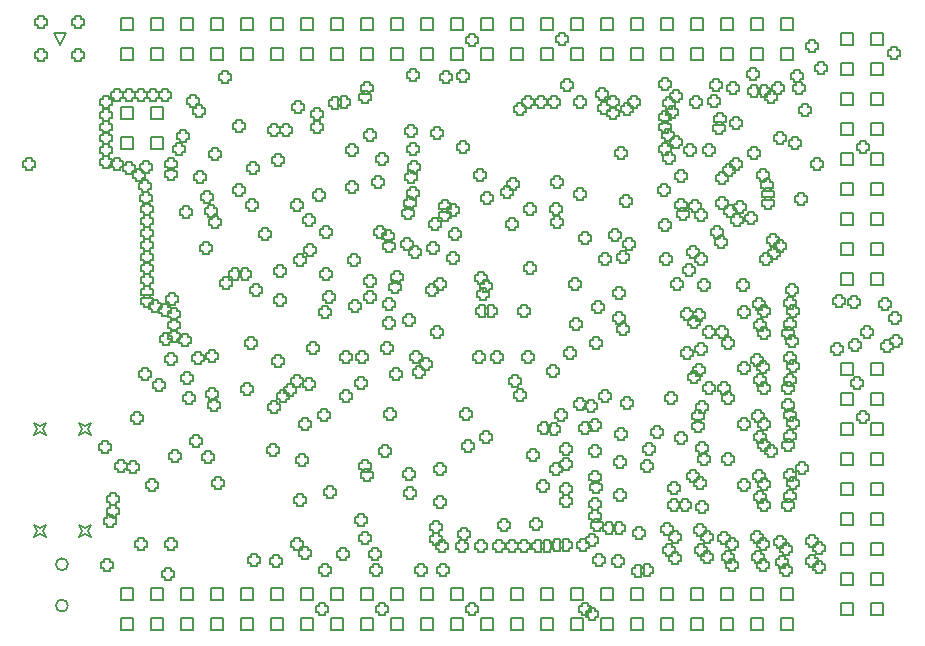
<source format=gbr>
%TF.GenerationSoftware,Altium Limited,Altium Designer,23.9.2 (47)*%
G04 Layer_Color=2752767*
%FSLAX45Y45*%
%MOMM*%
%TF.SameCoordinates,F1AFF133-CB08-443C-B5AD-2193434A7FAF*%
%TF.FilePolarity,Positive*%
%TF.FileFunction,Drawing*%
%TF.Part,Single*%
G01*
G75*
%TA.AperFunction,NonConductor*%
%ADD675C,0.12700*%
%ADD676C,0.16933*%
D675*
X8331200Y266700D02*
Y368300D01*
X8432800D01*
Y266700D01*
X8331200D01*
Y520700D02*
Y622300D01*
X8432800D01*
Y520700D01*
X8331200D01*
X8077200Y266700D02*
Y368300D01*
X8178800D01*
Y266700D01*
X8077200D01*
Y520700D02*
Y622300D01*
X8178800D01*
Y520700D01*
X8077200D01*
X8331200Y774700D02*
Y876300D01*
X8432800D01*
Y774700D01*
X8331200D01*
Y1028700D02*
Y1130300D01*
X8432800D01*
Y1028700D01*
X8331200D01*
Y1282700D02*
Y1384300D01*
X8432800D01*
Y1282700D01*
X8331200D01*
Y1536700D02*
Y1638300D01*
X8432800D01*
Y1536700D01*
X8331200D01*
Y1790700D02*
Y1892300D01*
X8432800D01*
Y1790700D01*
X8331200D01*
Y2044700D02*
Y2146300D01*
X8432800D01*
Y2044700D01*
X8331200D01*
Y2298700D02*
Y2400300D01*
X8432800D01*
Y2298700D01*
X8331200D01*
X8077200Y774700D02*
Y876300D01*
X8178800D01*
Y774700D01*
X8077200D01*
Y1028700D02*
Y1130300D01*
X8178800D01*
Y1028700D01*
X8077200D01*
Y1282700D02*
Y1384300D01*
X8178800D01*
Y1282700D01*
X8077200D01*
Y1536700D02*
Y1638300D01*
X8178800D01*
Y1536700D01*
X8077200D01*
Y1790700D02*
Y1892300D01*
X8178800D01*
Y1790700D01*
X8077200D01*
Y2044700D02*
Y2146300D01*
X8178800D01*
Y2044700D01*
X8077200D01*
Y2298700D02*
Y2400300D01*
X8178800D01*
Y2298700D01*
X8077200D01*
X8331200Y3060700D02*
Y3162300D01*
X8432800D01*
Y3060700D01*
X8331200D01*
Y3314700D02*
Y3416300D01*
X8432800D01*
Y3314700D01*
X8331200D01*
X8077200Y3060700D02*
Y3162300D01*
X8178800D01*
Y3060700D01*
X8077200D01*
Y3314700D02*
Y3416300D01*
X8178800D01*
Y3314700D01*
X8077200D01*
X8331200Y3568700D02*
Y3670300D01*
X8432800D01*
Y3568700D01*
X8331200D01*
Y3822700D02*
Y3924300D01*
X8432800D01*
Y3822700D01*
X8331200D01*
Y4076700D02*
Y4178300D01*
X8432800D01*
Y4076700D01*
X8331200D01*
Y4330700D02*
Y4432300D01*
X8432800D01*
Y4330700D01*
X8331200D01*
Y4584700D02*
Y4686300D01*
X8432800D01*
Y4584700D01*
X8331200D01*
Y4838700D02*
Y4940300D01*
X8432800D01*
Y4838700D01*
X8331200D01*
Y5092700D02*
Y5194300D01*
X8432800D01*
Y5092700D01*
X8331200D01*
X8077200Y3568700D02*
Y3670300D01*
X8178800D01*
Y3568700D01*
X8077200D01*
Y3822700D02*
Y3924300D01*
X8178800D01*
Y3822700D01*
X8077200D01*
Y4076700D02*
Y4178300D01*
X8178800D01*
Y4076700D01*
X8077200D01*
Y4330700D02*
Y4432300D01*
X8178800D01*
Y4330700D01*
X8077200D01*
Y4584700D02*
Y4686300D01*
X8178800D01*
Y4584700D01*
X8077200D01*
Y4838700D02*
Y4940300D01*
X8178800D01*
Y4838700D01*
X8077200D01*
Y5092700D02*
Y5194300D01*
X8178800D01*
Y5092700D01*
X8077200D01*
X1981200Y139700D02*
Y241300D01*
X2082800D01*
Y139700D01*
X1981200D01*
X2235200D02*
Y241300D01*
X2336800D01*
Y139700D01*
X2235200D01*
X2489200D02*
Y241300D01*
X2590800D01*
Y139700D01*
X2489200D01*
X2743200D02*
Y241300D01*
X2844800D01*
Y139700D01*
X2743200D01*
X2997200D02*
Y241300D01*
X3098800D01*
Y139700D01*
X2997200D01*
X3251200D02*
Y241300D01*
X3352800D01*
Y139700D01*
X3251200D01*
X3505200D02*
Y241300D01*
X3606800D01*
Y139700D01*
X3505200D01*
X3759200D02*
Y241300D01*
X3860800D01*
Y139700D01*
X3759200D01*
X4013200D02*
Y241300D01*
X4114800D01*
Y139700D01*
X4013200D01*
X4267200D02*
Y241300D01*
X4368800D01*
Y139700D01*
X4267200D01*
X4521200D02*
Y241300D01*
X4622800D01*
Y139700D01*
X4521200D01*
X4775200D02*
Y241300D01*
X4876800D01*
Y139700D01*
X4775200D01*
X5029200D02*
Y241300D01*
X5130800D01*
Y139700D01*
X5029200D01*
X5283200D02*
Y241300D01*
X5384800D01*
Y139700D01*
X5283200D01*
X5537200D02*
Y241300D01*
X5638800D01*
Y139700D01*
X5537200D01*
X5791200D02*
Y241300D01*
X5892800D01*
Y139700D01*
X5791200D01*
X6045200D02*
Y241300D01*
X6146800D01*
Y139700D01*
X6045200D01*
X6299200D02*
Y241300D01*
X6400800D01*
Y139700D01*
X6299200D01*
X6553200D02*
Y241300D01*
X6654800D01*
Y139700D01*
X6553200D01*
X6807200D02*
Y241300D01*
X6908800D01*
Y139700D01*
X6807200D01*
X7061200D02*
Y241300D01*
X7162800D01*
Y139700D01*
X7061200D01*
X7315200D02*
Y241300D01*
X7416800D01*
Y139700D01*
X7315200D01*
X7569200D02*
Y241300D01*
X7670800D01*
Y139700D01*
X7569200D01*
X1981200Y393700D02*
Y495300D01*
X2082800D01*
Y393700D01*
X1981200D01*
X2235200D02*
Y495300D01*
X2336800D01*
Y393700D01*
X2235200D01*
X2489200D02*
Y495300D01*
X2590800D01*
Y393700D01*
X2489200D01*
X2743200D02*
Y495300D01*
X2844800D01*
Y393700D01*
X2743200D01*
X2997200D02*
Y495300D01*
X3098800D01*
Y393700D01*
X2997200D01*
X3251200D02*
Y495300D01*
X3352800D01*
Y393700D01*
X3251200D01*
X3505200D02*
Y495300D01*
X3606800D01*
Y393700D01*
X3505200D01*
X3759200D02*
Y495300D01*
X3860800D01*
Y393700D01*
X3759200D01*
X4013200D02*
Y495300D01*
X4114800D01*
Y393700D01*
X4013200D01*
X4267200D02*
Y495300D01*
X4368800D01*
Y393700D01*
X4267200D01*
X4521200D02*
Y495300D01*
X4622800D01*
Y393700D01*
X4521200D01*
X4775200D02*
Y495300D01*
X4876800D01*
Y393700D01*
X4775200D01*
X5029200D02*
Y495300D01*
X5130800D01*
Y393700D01*
X5029200D01*
X5283200D02*
Y495300D01*
X5384800D01*
Y393700D01*
X5283200D01*
X5537200D02*
Y495300D01*
X5638800D01*
Y393700D01*
X5537200D01*
X5791200D02*
Y495300D01*
X5892800D01*
Y393700D01*
X5791200D01*
X6045200D02*
Y495300D01*
X6146800D01*
Y393700D01*
X6045200D01*
X6299200D02*
Y495300D01*
X6400800D01*
Y393700D01*
X6299200D01*
X6553200D02*
Y495300D01*
X6654800D01*
Y393700D01*
X6553200D01*
X6807200D02*
Y495300D01*
X6908800D01*
Y393700D01*
X6807200D01*
X7061200D02*
Y495300D01*
X7162800D01*
Y393700D01*
X7061200D01*
X7315200D02*
Y495300D01*
X7416800D01*
Y393700D01*
X7315200D01*
X7569200D02*
Y495300D01*
X7670800D01*
Y393700D01*
X7569200D01*
X1981200Y4965700D02*
Y5067300D01*
X2082800D01*
Y4965700D01*
X1981200D01*
X2235200D02*
Y5067300D01*
X2336800D01*
Y4965700D01*
X2235200D01*
X2489200D02*
Y5067300D01*
X2590800D01*
Y4965700D01*
X2489200D01*
X2743200D02*
Y5067300D01*
X2844800D01*
Y4965700D01*
X2743200D01*
X2997200D02*
Y5067300D01*
X3098800D01*
Y4965700D01*
X2997200D01*
X3251200D02*
Y5067300D01*
X3352800D01*
Y4965700D01*
X3251200D01*
X3505200D02*
Y5067300D01*
X3606800D01*
Y4965700D01*
X3505200D01*
X3759200D02*
Y5067300D01*
X3860800D01*
Y4965700D01*
X3759200D01*
X4013200D02*
Y5067300D01*
X4114800D01*
Y4965700D01*
X4013200D01*
X4267200D02*
Y5067300D01*
X4368800D01*
Y4965700D01*
X4267200D01*
X4521200D02*
Y5067300D01*
X4622800D01*
Y4965700D01*
X4521200D01*
X4775200D02*
Y5067300D01*
X4876800D01*
Y4965700D01*
X4775200D01*
X5029200D02*
Y5067300D01*
X5130800D01*
Y4965700D01*
X5029200D01*
X5283200D02*
Y5067300D01*
X5384800D01*
Y4965700D01*
X5283200D01*
X5537200D02*
Y5067300D01*
X5638800D01*
Y4965700D01*
X5537200D01*
X5791200D02*
Y5067300D01*
X5892800D01*
Y4965700D01*
X5791200D01*
X6045200D02*
Y5067300D01*
X6146800D01*
Y4965700D01*
X6045200D01*
X6299200D02*
Y5067300D01*
X6400800D01*
Y4965700D01*
X6299200D01*
X6553200D02*
Y5067300D01*
X6654800D01*
Y4965700D01*
X6553200D01*
X6807200D02*
Y5067300D01*
X6908800D01*
Y4965700D01*
X6807200D01*
X7061200D02*
Y5067300D01*
X7162800D01*
Y4965700D01*
X7061200D01*
X7315200D02*
Y5067300D01*
X7416800D01*
Y4965700D01*
X7315200D01*
X7569200D02*
Y5067300D01*
X7670800D01*
Y4965700D01*
X7569200D01*
X1981200Y5219700D02*
Y5321300D01*
X2082800D01*
Y5219700D01*
X1981200D01*
X2235200D02*
Y5321300D01*
X2336800D01*
Y5219700D01*
X2235200D01*
X2489200D02*
Y5321300D01*
X2590800D01*
Y5219700D01*
X2489200D01*
X2743200D02*
Y5321300D01*
X2844800D01*
Y5219700D01*
X2743200D01*
X2997200D02*
Y5321300D01*
X3098800D01*
Y5219700D01*
X2997200D01*
X3251200D02*
Y5321300D01*
X3352800D01*
Y5219700D01*
X3251200D01*
X3505200D02*
Y5321300D01*
X3606800D01*
Y5219700D01*
X3505200D01*
X3759200D02*
Y5321300D01*
X3860800D01*
Y5219700D01*
X3759200D01*
X4013200D02*
Y5321300D01*
X4114800D01*
Y5219700D01*
X4013200D01*
X4267200D02*
Y5321300D01*
X4368800D01*
Y5219700D01*
X4267200D01*
X4521200D02*
Y5321300D01*
X4622800D01*
Y5219700D01*
X4521200D01*
X4775200D02*
Y5321300D01*
X4876800D01*
Y5219700D01*
X4775200D01*
X5029200D02*
Y5321300D01*
X5130800D01*
Y5219700D01*
X5029200D01*
X5283200D02*
Y5321300D01*
X5384800D01*
Y5219700D01*
X5283200D01*
X5537200D02*
Y5321300D01*
X5638800D01*
Y5219700D01*
X5537200D01*
X5791200D02*
Y5321300D01*
X5892800D01*
Y5219700D01*
X5791200D01*
X6045200D02*
Y5321300D01*
X6146800D01*
Y5219700D01*
X6045200D01*
X6299200D02*
Y5321300D01*
X6400800D01*
Y5219700D01*
X6299200D01*
X6553200D02*
Y5321300D01*
X6654800D01*
Y5219700D01*
X6553200D01*
X6807200D02*
Y5321300D01*
X6908800D01*
Y5219700D01*
X6807200D01*
X7061200D02*
Y5321300D01*
X7162800D01*
Y5219700D01*
X7061200D01*
X7315200D02*
Y5321300D01*
X7416800D01*
Y5219700D01*
X7315200D01*
X7569200D02*
Y5321300D01*
X7670800D01*
Y5219700D01*
X7569200D01*
X2235200Y4461600D02*
Y4563200D01*
X2336800D01*
Y4461600D01*
X2235200D01*
Y4207600D02*
Y4309200D01*
X2336800D01*
Y4207600D01*
X2235200D01*
X1981200Y4461600D02*
Y4563200D01*
X2082800D01*
Y4461600D01*
X1981200D01*
Y4207600D02*
Y4309200D01*
X2082800D01*
Y4207600D01*
X1981200D01*
X1621200Y927200D02*
X1646600Y978000D01*
X1621200Y1028800D01*
X1672000Y1003400D01*
X1722800Y1028800D01*
X1697400Y978000D01*
X1722800Y927200D01*
X1672000Y952600D01*
X1621200Y927200D01*
X1241200D02*
X1266600Y978000D01*
X1241200Y1028800D01*
X1292000Y1003400D01*
X1342800Y1028800D01*
X1317400Y978000D01*
X1342800Y927200D01*
X1292000Y952600D01*
X1241200Y927200D01*
X1621200Y1791200D02*
X1646600Y1842000D01*
X1621200Y1892800D01*
X1672000Y1867400D01*
X1722800Y1892800D01*
X1697400Y1842000D01*
X1722800Y1791200D01*
X1672000Y1816600D01*
X1621200Y1791200D01*
X1241200D02*
X1266600Y1842000D01*
X1241200Y1892800D01*
X1292000Y1867400D01*
X1342800Y1892800D01*
X1317400Y1842000D01*
X1342800Y1791200D01*
X1292000Y1816600D01*
X1241200Y1791200D01*
X1460500Y5092700D02*
X1409700Y5194300D01*
X1511300D01*
X1460500Y5092700D01*
X6819599Y4579600D02*
Y4554200D01*
X6870399D01*
Y4579600D01*
X6895799D01*
Y4630400D01*
X6870399D01*
Y4655800D01*
X6819599D01*
Y4630400D01*
X6794199D01*
Y4579600D01*
X6819599D01*
X3474600Y1214600D02*
Y1189200D01*
X3525400D01*
Y1214600D01*
X3550800D01*
Y1265400D01*
X3525400D01*
Y1290800D01*
X3474600D01*
Y1265400D01*
X3449200D01*
Y1214600D01*
X3474600D01*
X4654600Y1194600D02*
Y1169200D01*
X4705400D01*
Y1194600D01*
X4730800D01*
Y1245400D01*
X4705400D01*
Y1270800D01*
X4654600D01*
Y1245400D01*
X4629200D01*
Y1194600D01*
X4654600D01*
X2324600Y2824600D02*
Y2799200D01*
X2375400D01*
Y2824600D01*
X2400800D01*
Y2875400D01*
X2375400D01*
Y2900800D01*
X2324600D01*
Y2875400D01*
X2299200D01*
Y2824600D01*
X2324600D01*
X2494600Y2564600D02*
Y2539200D01*
X2545400D01*
Y2564600D01*
X2570800D01*
Y2615400D01*
X2545400D01*
Y2640800D01*
X2494600D01*
Y2615400D01*
X2469200D01*
Y2564600D01*
X2494600D01*
X2404600Y2604600D02*
Y2579200D01*
X2455400D01*
Y2604600D01*
X2480800D01*
Y2655400D01*
X2455400D01*
Y2680800D01*
X2404600D01*
Y2655400D01*
X2379200D01*
Y2604600D01*
X2404600D01*
Y2694600D02*
Y2669200D01*
X2455400D01*
Y2694600D01*
X2480800D01*
Y2745400D01*
X2455400D01*
Y2770800D01*
X2404600D01*
Y2745400D01*
X2379200D01*
Y2694600D01*
X2404600D01*
X2384600Y2914600D02*
Y2889200D01*
X2435400D01*
Y2914600D01*
X2460800D01*
Y2965400D01*
X2435400D01*
Y2990800D01*
X2384600D01*
Y2965400D01*
X2359200D01*
Y2914600D01*
X2384600D01*
X6174600Y2964600D02*
Y2939200D01*
X6225400D01*
Y2964600D01*
X6250800D01*
Y3015400D01*
X6225400D01*
Y3040800D01*
X6174600D01*
Y3015400D01*
X6149200D01*
Y2964600D01*
X6174600D01*
Y2754600D02*
Y2729200D01*
X6225400D01*
Y2754600D01*
X6250800D01*
Y2805400D01*
X6225400D01*
Y2830800D01*
X6174600D01*
Y2805400D01*
X6149200D01*
Y2754600D01*
X6174600D01*
X5884600Y3434600D02*
Y3409200D01*
X5935400D01*
Y3434600D01*
X5960800D01*
Y3485400D01*
X5935400D01*
Y3510800D01*
X5884600D01*
Y3485400D01*
X5859200D01*
Y3434600D01*
X5884600D01*
X6204600Y3274600D02*
Y3249200D01*
X6255400D01*
Y3274600D01*
X6280800D01*
Y3325400D01*
X6255400D01*
Y3350800D01*
X6204600D01*
Y3325400D01*
X6179200D01*
Y3274600D01*
X6204600D01*
X5994600Y2844600D02*
Y2819200D01*
X6045400D01*
Y2844600D01*
X6070800D01*
Y2895400D01*
X6045400D01*
Y2920800D01*
X5994600D01*
Y2895400D01*
X5969200D01*
Y2844600D01*
X5994600D01*
X5804600Y2704600D02*
Y2679200D01*
X5855400D01*
Y2704600D01*
X5880800D01*
Y2755400D01*
X5855400D01*
Y2780800D01*
X5804600D01*
Y2755400D01*
X5779200D01*
Y2704600D01*
X5804600D01*
X6050015Y3252363D02*
Y3226963D01*
X6100815D01*
Y3252363D01*
X6126215D01*
Y3303163D01*
X6100815D01*
Y3328563D01*
X6050015D01*
Y3303163D01*
X6024615D01*
Y3252363D01*
X6050015D01*
X5844600Y3804600D02*
Y3779200D01*
X5895400D01*
Y3804600D01*
X5920800D01*
Y3855400D01*
X5895400D01*
Y3880800D01*
X5844600D01*
Y3855400D01*
X5819200D01*
Y3804600D01*
X5844600D01*
X6234600Y3744600D02*
Y3719200D01*
X6285400D01*
Y3744600D01*
X6310800D01*
Y3795400D01*
X6285400D01*
Y3820800D01*
X6234600D01*
Y3795400D01*
X6209200D01*
Y3744600D01*
X6234600D01*
X6594600Y4109600D02*
Y4084200D01*
X6645400D01*
Y4109600D01*
X6670800D01*
Y4160400D01*
X6645400D01*
Y4185800D01*
X6594600D01*
Y4160400D01*
X6569200D01*
Y4109600D01*
X6594600D01*
X6773717Y4173751D02*
Y4148351D01*
X6824517D01*
Y4173751D01*
X6849917D01*
Y4224551D01*
X6824517D01*
Y4249951D01*
X6773717D01*
Y4224551D01*
X6748317D01*
Y4173751D01*
X6773717D01*
X5264600Y3554600D02*
Y3529200D01*
X5315400D01*
Y3554600D01*
X5340800D01*
Y3605400D01*
X5315400D01*
Y3630800D01*
X5264600D01*
Y3605400D01*
X5239200D01*
Y3554600D01*
X5264600D01*
X5644600Y3564600D02*
Y3539200D01*
X5695400D01*
Y3564600D01*
X5720800D01*
Y3615400D01*
X5695400D01*
Y3640800D01*
X5644600D01*
Y3615400D01*
X5619200D01*
Y3564600D01*
X5644600D01*
X5634600Y3674600D02*
Y3649200D01*
X5685400D01*
Y3674600D01*
X5710800D01*
Y3725400D01*
X5685400D01*
Y3750800D01*
X5634600D01*
Y3725400D01*
X5609200D01*
Y3674600D01*
X5634600D01*
X6134600Y3454600D02*
Y3429200D01*
X6185400D01*
Y3454600D01*
X6210800D01*
Y3505400D01*
X6185400D01*
Y3530800D01*
X6134600D01*
Y3505400D01*
X6109200D01*
Y3454600D01*
X6134600D01*
X5647100Y3909600D02*
Y3884200D01*
X5697900D01*
Y3909600D01*
X5723300D01*
Y3960400D01*
X5697900D01*
Y3985800D01*
X5647100D01*
Y3960400D01*
X5621700D01*
Y3909600D01*
X5647100D01*
X5414600Y3674600D02*
Y3649200D01*
X5465400D01*
Y3674600D01*
X5490800D01*
Y3725400D01*
X5465400D01*
Y3750800D01*
X5414600D01*
Y3725400D01*
X5389200D01*
Y3674600D01*
X5414600D01*
X5226933Y3824367D02*
Y3798967D01*
X5277733D01*
Y3824367D01*
X5303133D01*
Y3875167D01*
X5277733D01*
Y3900567D01*
X5226933D01*
Y3875167D01*
X5201533D01*
Y3824367D01*
X5226933D01*
X5054600Y3774600D02*
Y3749200D01*
X5105400D01*
Y3774600D01*
X5130800D01*
Y3825400D01*
X5105400D01*
Y3850800D01*
X5054600D01*
Y3825400D01*
X5029200D01*
Y3774600D01*
X5054600D01*
X5524600Y1334600D02*
Y1309200D01*
X5575400D01*
Y1334600D01*
X5600800D01*
Y1385400D01*
X5575400D01*
Y1410800D01*
X5524600D01*
Y1385400D01*
X5499200D01*
Y1334600D01*
X5524600D01*
X3304600Y3154600D02*
Y3129200D01*
X3355400D01*
Y3154600D01*
X3380800D01*
Y3205400D01*
X3355400D01*
Y3230800D01*
X3304600D01*
Y3205400D01*
X3279200D01*
Y3154600D01*
X3304600D01*
X3174600Y3464600D02*
Y3439200D01*
X3225400D01*
Y3464600D01*
X3250800D01*
Y3515400D01*
X3225400D01*
Y3540800D01*
X3174600D01*
Y3515400D01*
X3149200D01*
Y3464600D01*
X3174600D01*
X3007778Y3126306D02*
Y3100906D01*
X3058578D01*
Y3126306D01*
X3083978D01*
Y3177106D01*
X3058578D01*
Y3202506D01*
X3007778D01*
Y3177106D01*
X2982378D01*
Y3126306D01*
X3007778D01*
X6184600Y4154600D02*
Y4129200D01*
X6235400D01*
Y4154600D01*
X6260800D01*
Y4205400D01*
X6235400D01*
Y4230800D01*
X6184600D01*
Y4205400D01*
X6159200D01*
Y4154600D01*
X6184600D01*
X1275100Y5258100D02*
Y5232700D01*
X1325900D01*
Y5258100D01*
X1351300D01*
Y5308900D01*
X1325900D01*
Y5334300D01*
X1275100D01*
Y5308900D01*
X1249700D01*
Y5258100D01*
X1275100D01*
Y4978100D02*
Y4952700D01*
X1325900D01*
Y4978100D01*
X1351300D01*
Y5028900D01*
X1325900D01*
Y5054300D01*
X1275100D01*
Y5028900D01*
X1249700D01*
Y4978100D01*
X1275100D01*
X1595100D02*
Y4952700D01*
X1645900D01*
Y4978100D01*
X1671300D01*
Y5028900D01*
X1645900D01*
Y5054300D01*
X1595100D01*
Y5028900D01*
X1569700D01*
Y4978100D01*
X1595100D01*
Y5258100D02*
Y5232700D01*
X1645900D01*
Y5258100D01*
X1671300D01*
Y5308900D01*
X1645900D01*
Y5334300D01*
X1595100D01*
Y5308900D01*
X1569700D01*
Y5258100D01*
X1595100D01*
X3444600Y844600D02*
Y819200D01*
X3495400D01*
Y844600D01*
X3520800D01*
Y895400D01*
X3495400D01*
Y920800D01*
X3444600D01*
Y895400D01*
X3419200D01*
Y844600D01*
X3444600D01*
X3725032Y1280937D02*
Y1255537D01*
X3775832D01*
Y1280937D01*
X3801232D01*
Y1331737D01*
X3775832D01*
Y1357137D01*
X3725032D01*
Y1331737D01*
X3699632D01*
Y1280937D01*
X3725032D01*
X6843614Y1837209D02*
Y1811809D01*
X6894414D01*
Y1837209D01*
X6919814D01*
Y1888009D01*
X6894414D01*
Y1913409D01*
X6843614D01*
Y1888009D01*
X6818214D01*
Y1837209D01*
X6843614D01*
X6492397Y1789303D02*
Y1763903D01*
X6543197D01*
Y1789303D01*
X6568597D01*
Y1840103D01*
X6543197D01*
Y1865503D01*
X6492397D01*
Y1840103D01*
X6466997D01*
Y1789303D01*
X6492397D01*
X6174466Y975572D02*
Y950172D01*
X6225266D01*
Y975572D01*
X6250666D01*
Y1026372D01*
X6225266D01*
Y1051772D01*
X6174466D01*
Y1026372D01*
X6149066D01*
Y975572D01*
X6174466D01*
X6083703Y980744D02*
Y955344D01*
X6134503D01*
Y980744D01*
X6159903D01*
Y1031544D01*
X6134503D01*
Y1056944D01*
X6083703D01*
Y1031544D01*
X6058303D01*
Y980744D01*
X6083703D01*
X6054600Y2094600D02*
Y2069200D01*
X6105400D01*
Y2094600D01*
X6130800D01*
Y2145400D01*
X6105400D01*
Y2170800D01*
X6054600D01*
Y2145400D01*
X6029200D01*
Y2094600D01*
X6054600D01*
X6412895Y1500086D02*
Y1474686D01*
X6463695D01*
Y1500086D01*
X6489095D01*
Y1550886D01*
X6463695D01*
Y1576286D01*
X6412895D01*
Y1550886D01*
X6387495D01*
Y1500086D01*
X6412895D01*
X5884600Y1824600D02*
Y1799200D01*
X5935400D01*
Y1824600D01*
X5960800D01*
Y1875400D01*
X5935400D01*
Y1900800D01*
X5884600D01*
Y1875400D01*
X5859200D01*
Y1824600D01*
X5884600D01*
X5534600D02*
Y1799200D01*
X5585400D01*
Y1824600D01*
X5610800D01*
Y1875400D01*
X5585400D01*
Y1900800D01*
X5534600D01*
Y1875400D01*
X5509200D01*
Y1824600D01*
X5534600D01*
X5624600Y1814600D02*
Y1789200D01*
X5675400D01*
Y1814600D01*
X5700800D01*
Y1865400D01*
X5675400D01*
Y1890800D01*
X5624600D01*
Y1865400D01*
X5599200D01*
Y1814600D01*
X5624600D01*
X6004600Y704600D02*
Y679200D01*
X6055400D01*
Y704600D01*
X6080800D01*
Y755400D01*
X6055400D01*
Y780800D01*
X6004600D01*
Y755400D01*
X5979200D01*
Y704600D01*
X6004600D01*
X6164600Y697100D02*
Y671700D01*
X6215400D01*
Y697100D01*
X6240800D01*
Y747900D01*
X6215400D01*
Y773300D01*
X6164600D01*
Y747900D01*
X6139200D01*
Y697100D01*
X6164600D01*
X5965247Y1406363D02*
Y1380963D01*
X6016047D01*
Y1406363D01*
X6041447D01*
Y1457163D01*
X6016047D01*
Y1482563D01*
X5965247D01*
Y1457163D01*
X5939847D01*
Y1406363D01*
X5965247D01*
X5973367Y1327060D02*
Y1301660D01*
X6024167D01*
Y1327060D01*
X6049567D01*
Y1377860D01*
X6024167D01*
Y1403260D01*
X5973367D01*
Y1377860D01*
X5947967D01*
Y1327060D01*
X5973367D01*
X6243205Y2036171D02*
Y2010771D01*
X6294005D01*
Y2036171D01*
X6319405D01*
Y2086971D01*
X6294005D01*
Y2112371D01*
X6243205D01*
Y2086971D01*
X6217805D01*
Y2036171D01*
X6243205D01*
X6187990Y1771225D02*
Y1745825D01*
X6238790D01*
Y1771225D01*
X6264190D01*
Y1822025D01*
X6238790D01*
Y1847425D01*
X6187990D01*
Y1822025D01*
X6162590D01*
Y1771225D01*
X6187990D01*
X5969291Y1180248D02*
Y1154848D01*
X6020091D01*
Y1180248D01*
X6045491D01*
Y1231048D01*
X6020091D01*
Y1256448D01*
X5969291D01*
Y1231048D01*
X5943891D01*
Y1180248D01*
X5969291D01*
X5969600Y1630030D02*
Y1604630D01*
X6020400D01*
Y1630030D01*
X6045800D01*
Y1680830D01*
X6020400D01*
Y1706230D01*
X5969600D01*
Y1680830D01*
X5944200D01*
Y1630030D01*
X5969600D01*
X5944600Y874600D02*
Y849200D01*
X5995400D01*
Y874600D01*
X6020800D01*
Y925400D01*
X5995400D01*
Y950800D01*
X5944600D01*
Y925400D01*
X5919200D01*
Y874600D01*
X5944600D01*
X5984617Y1004513D02*
Y979113D01*
X6035417D01*
Y1004513D01*
X6060817D01*
Y1055313D01*
X6035417D01*
Y1080713D01*
X5984617D01*
Y1055313D01*
X5959217D01*
Y1004513D01*
X5984617D01*
X5969578Y1077990D02*
Y1052590D01*
X6020378D01*
Y1077990D01*
X6045778D01*
Y1128790D01*
X6020378D01*
Y1154190D01*
X5969578D01*
Y1128790D01*
X5944178D01*
Y1077990D01*
X5969578D01*
X6176145Y1253354D02*
Y1227954D01*
X6226945D01*
Y1253354D01*
X6252345D01*
Y1304154D01*
X6226945D01*
Y1329554D01*
X6176145D01*
Y1304154D01*
X6150745D01*
Y1253354D01*
X6176145D01*
X6344600Y934600D02*
Y909200D01*
X6395400D01*
Y934600D01*
X6420800D01*
Y985400D01*
X6395400D01*
Y1010800D01*
X6344600D01*
Y985400D01*
X6319200D01*
Y934600D01*
X6344600D01*
X5942233Y247299D02*
Y221899D01*
X5993033D01*
Y247299D01*
X6018433D01*
Y298099D01*
X5993033D01*
Y323499D01*
X5942233D01*
Y298099D01*
X5916833D01*
Y247299D01*
X5942233D01*
X5882040Y292040D02*
Y266640D01*
X5932840D01*
Y292040D01*
X5958240D01*
Y342840D01*
X5932840D01*
Y368240D01*
X5882040D01*
Y342840D01*
X5856640D01*
Y292040D01*
X5882040D01*
X6409985Y622509D02*
Y597109D01*
X6460785D01*
Y622509D01*
X6486185D01*
Y673309D01*
X6460785D01*
Y698709D01*
X6409985D01*
Y673309D01*
X6384585D01*
Y622509D01*
X6409985D01*
X6334600Y614600D02*
Y589200D01*
X6385400D01*
Y614600D01*
X6410800D01*
Y665400D01*
X6385400D01*
Y690800D01*
X6334600D01*
Y665400D01*
X6309200D01*
Y614600D01*
X6334600D01*
X5864600Y833813D02*
Y808413D01*
X5915400D01*
Y833813D01*
X5940800D01*
Y884613D01*
X5915400D01*
Y910013D01*
X5864600D01*
Y884613D01*
X5839200D01*
Y833813D01*
X5864600D01*
X6182714Y1538468D02*
Y1513068D01*
X6233514D01*
Y1538468D01*
X6258914D01*
Y1589268D01*
X6233514D01*
Y1614668D01*
X6182714D01*
Y1589268D01*
X6157314D01*
Y1538468D01*
X6182714D01*
X5972774Y1849600D02*
Y1824200D01*
X6023574D01*
Y1849600D01*
X6048974D01*
Y1900400D01*
X6023574D01*
Y1925800D01*
X5972774D01*
Y1900400D01*
X5947374D01*
Y1849600D01*
X5972774D01*
X5719600Y829600D02*
Y804200D01*
X5770400D01*
Y829600D01*
X5795800D01*
Y880400D01*
X5770400D01*
Y905800D01*
X5719600D01*
Y880400D01*
X5694200D01*
Y829600D01*
X5719600D01*
X5644606Y828656D02*
Y803256D01*
X5695406D01*
Y828656D01*
X5720806D01*
Y879456D01*
X5695406D01*
Y904856D01*
X5644606D01*
Y879456D01*
X5619206D01*
Y828656D01*
X5644606D01*
X5465777Y1013261D02*
Y987861D01*
X5516577D01*
Y1013261D01*
X5541977D01*
Y1064061D01*
X5516577D01*
Y1089461D01*
X5465777D01*
Y1064061D01*
X5440377D01*
Y1013261D01*
X5465777D01*
X5564302Y825542D02*
Y800142D01*
X5615102D01*
Y825542D01*
X5640502D01*
Y876342D01*
X5615102D01*
Y901742D01*
X5564302D01*
Y876342D01*
X5538902D01*
Y825542D01*
X5564302D01*
X5484120Y827461D02*
Y802061D01*
X5534920D01*
Y827461D01*
X5560320D01*
Y878261D01*
X5534920D01*
Y903661D01*
X5484120D01*
Y878261D01*
X5458720D01*
Y827461D01*
X5484120D01*
X5364600Y824600D02*
Y799200D01*
X5415400D01*
Y824600D01*
X5440800D01*
Y875400D01*
X5415400D01*
Y900800D01*
X5364600D01*
Y875400D01*
X5339200D01*
Y824600D01*
X5364600D01*
X5194600Y1004600D02*
Y979200D01*
X5245400D01*
Y1004600D01*
X5270800D01*
Y1055400D01*
X5245400D01*
Y1080800D01*
X5194600D01*
Y1055400D01*
X5169200D01*
Y1004600D01*
X5194600D01*
X5153938Y822894D02*
Y797494D01*
X5204738D01*
Y822894D01*
X5230138D01*
Y873694D01*
X5204738D01*
Y899094D01*
X5153938D01*
Y873694D01*
X5128538D01*
Y822894D01*
X5153938D01*
X5839180Y2028554D02*
Y2003154D01*
X5889980D01*
Y2028554D01*
X5915380D01*
Y2079354D01*
X5889980D01*
Y2104754D01*
X5839180D01*
Y2079354D01*
X5813780D01*
Y2028554D01*
X5839180D01*
X5934600Y2013184D02*
Y1987784D01*
X5985400D01*
Y2013184D01*
X6010800D01*
Y2063984D01*
X5985400D01*
Y2089384D01*
X5934600D01*
Y2063984D01*
X5909200D01*
Y2013184D01*
X5934600D01*
X7094600Y2074600D02*
Y2049200D01*
X7145400D01*
Y2074600D01*
X7170800D01*
Y2125400D01*
X7145400D01*
Y2150800D01*
X7094600D01*
Y2125400D01*
X7069200D01*
Y2074600D01*
X7094600D01*
X7064600Y2164600D02*
Y2139200D01*
X7115400D01*
Y2164600D01*
X7140800D01*
Y2215400D01*
X7115400D01*
Y2240800D01*
X7064600D01*
Y2215400D01*
X7039200D01*
Y2164600D01*
X7064600D01*
X6934600D02*
Y2139200D01*
X6985400D01*
Y2164600D01*
X7010800D01*
Y2215400D01*
X6985400D01*
Y2240800D01*
X6934600D01*
Y2215400D01*
X6909200D01*
Y2164600D01*
X6934600D01*
Y2634600D02*
Y2609200D01*
X6985400D01*
Y2634600D01*
X7010800D01*
Y2685400D01*
X6985400D01*
Y2710800D01*
X6934600D01*
Y2685400D01*
X6909200D01*
Y2634600D01*
X6934600D01*
X7044600D02*
Y2609200D01*
X7095400D01*
Y2634600D01*
X7120800D01*
Y2685400D01*
X7095400D01*
Y2710800D01*
X7044600D01*
Y2685400D01*
X7019200D01*
Y2634600D01*
X7044600D01*
X6894600Y3034600D02*
Y3009200D01*
X6945400D01*
Y3034600D01*
X6970800D01*
Y3085400D01*
X6945400D01*
Y3110800D01*
X6894600D01*
Y3085400D01*
X6869200D01*
Y3034600D01*
X6894600D01*
X3844600Y4587100D02*
Y4561700D01*
X3895400D01*
Y4587100D01*
X3920800D01*
Y4637900D01*
X3895400D01*
Y4663300D01*
X3844600D01*
Y4637900D01*
X3819200D01*
Y4587100D01*
X3844600D01*
X4414600Y4334600D02*
Y4309200D01*
X4465400D01*
Y4334600D01*
X4490800D01*
Y4385400D01*
X4465400D01*
Y4410800D01*
X4414600D01*
Y4385400D01*
X4389200D01*
Y4334600D01*
X4414600D01*
X4657347Y1478002D02*
Y1452602D01*
X4708147D01*
Y1478002D01*
X4733547D01*
Y1528802D01*
X4708147D01*
Y1554202D01*
X4657347D01*
Y1528802D01*
X4631947D01*
Y1478002D01*
X4657347D01*
X7353377Y2873139D02*
Y2847739D01*
X7404177D01*
Y2873139D01*
X7429577D01*
Y2923939D01*
X7404177D01*
Y2949339D01*
X7353377D01*
Y2923939D01*
X7327977D01*
Y2873139D01*
X7353377D01*
X7354669Y1416014D02*
Y1390614D01*
X7405469D01*
Y1416014D01*
X7430869D01*
Y1466814D01*
X7405469D01*
Y1492214D01*
X7354669D01*
Y1466814D01*
X7329269D01*
Y1416014D01*
X7354669D01*
X7351772Y1926059D02*
Y1900659D01*
X7402572D01*
Y1926059D01*
X7427972D01*
Y1976859D01*
X7402572D01*
Y2002259D01*
X7351772D01*
Y1976859D01*
X7326372D01*
Y1926059D01*
X7351772D01*
X7398990Y1860014D02*
Y1834614D01*
X7449790D01*
Y1860014D01*
X7475190D01*
Y1910814D01*
X7449790D01*
Y1936214D01*
X7398990D01*
Y1910814D01*
X7373590D01*
Y1860014D01*
X7398990D01*
X6047413Y4536755D02*
Y4511355D01*
X6098213D01*
Y4536755D01*
X6123613D01*
Y4587555D01*
X6098213D01*
Y4612955D01*
X6047413D01*
Y4587555D01*
X6022013D01*
Y4536755D01*
X6047413D01*
X6117004Y4492997D02*
Y4467597D01*
X6167804D01*
Y4492997D01*
X6193204D01*
Y4543797D01*
X6167804D01*
Y4569197D01*
X6117004D01*
Y4543797D01*
X6091604D01*
Y4492997D01*
X6117004D01*
X6024600Y4654600D02*
Y4629200D01*
X6075400D01*
Y4654600D01*
X6100800D01*
Y4705400D01*
X6075400D01*
Y4730800D01*
X6024600D01*
Y4705400D01*
X5999200D01*
Y4654600D01*
X6024600D01*
X6564600Y4732100D02*
Y4706700D01*
X6615400D01*
Y4732100D01*
X6640800D01*
Y4782900D01*
X6615400D01*
Y4808300D01*
X6564600D01*
Y4782900D01*
X6539200D01*
Y4732100D01*
X6564600D01*
X6634600Y1174600D02*
Y1149200D01*
X6685400D01*
Y1174600D01*
X6710800D01*
Y1225400D01*
X6685400D01*
Y1250800D01*
X6634600D01*
Y1225400D01*
X6609200D01*
Y1174600D01*
X6634600D01*
Y1314600D02*
Y1289200D01*
X6685400D01*
Y1314600D01*
X6710800D01*
Y1365400D01*
X6685400D01*
Y1390800D01*
X6634600D01*
Y1365400D01*
X6609200D01*
Y1314600D01*
X6634600D01*
X5677923Y1934598D02*
Y1909198D01*
X5728723D01*
Y1934598D01*
X5754123D01*
Y1985398D01*
X5728723D01*
Y2010798D01*
X5677923D01*
Y1985398D01*
X5652523D01*
Y1934598D01*
X5677923D01*
X6695982Y3953218D02*
Y3927818D01*
X6746782D01*
Y3953218D01*
X6772182D01*
Y4004018D01*
X6746782D01*
Y4029418D01*
X6695982D01*
Y4004018D01*
X6670582D01*
Y3953218D01*
X6695982D01*
X6551080Y3841938D02*
Y3816538D01*
X6601880D01*
Y3841938D01*
X6627280D01*
Y3892738D01*
X6601880D01*
Y3918138D01*
X6551080D01*
Y3892738D01*
X6525680D01*
Y3841938D01*
X6551080D01*
X6559088Y3539115D02*
Y3513715D01*
X6609888D01*
Y3539115D01*
X6635288D01*
Y3589915D01*
X6609888D01*
Y3615315D01*
X6559088D01*
Y3589915D01*
X6533688D01*
Y3539115D01*
X6559088D01*
X6874600Y1154600D02*
Y1129200D01*
X6925400D01*
Y1154600D01*
X6950800D01*
Y1205400D01*
X6925400D01*
Y1230800D01*
X6874600D01*
Y1205400D01*
X6849200D01*
Y1154600D01*
X6874600D01*
X7618568Y1423824D02*
Y1398424D01*
X7669368D01*
Y1423824D01*
X7694768D01*
Y1474624D01*
X7669368D01*
Y1500024D01*
X7618568D01*
Y1474624D01*
X7593168D01*
Y1423824D01*
X7618568D01*
X7600805Y2022100D02*
Y1996700D01*
X7651605D01*
Y2022100D01*
X7677005D01*
Y2072900D01*
X7651605D01*
Y2098300D01*
X7600805D01*
Y2072900D01*
X7575405D01*
Y2022100D01*
X7600805D01*
X7603493Y2159988D02*
Y2134588D01*
X7654293D01*
Y2159988D01*
X7679693D01*
Y2210788D01*
X7654293D01*
Y2236188D01*
X7603493D01*
Y2210788D01*
X7578093D01*
Y2159988D01*
X7603493D01*
X7637879Y2558584D02*
Y2533184D01*
X7688679D01*
Y2558584D01*
X7714079D01*
Y2609384D01*
X7688679D01*
Y2634784D01*
X7637879D01*
Y2609384D01*
X7612479D01*
Y2558584D01*
X7637879D01*
X7648136Y2344898D02*
Y2319498D01*
X7698936D01*
Y2344898D01*
X7724336D01*
Y2395698D01*
X7698936D01*
Y2421098D01*
X7648136D01*
Y2395698D01*
X7622736D01*
Y2344898D01*
X7648136D01*
X7618568Y2413823D02*
Y2388423D01*
X7669368D01*
Y2413823D01*
X7694768D01*
Y2464623D01*
X7669368D01*
Y2490023D01*
X7618568D01*
Y2464623D01*
X7593168D01*
Y2413823D01*
X7618568D01*
X7634600Y2994600D02*
Y2969200D01*
X7685400D01*
Y2994600D01*
X7710800D01*
Y3045400D01*
X7685400D01*
Y3070800D01*
X7634600D01*
Y3045400D01*
X7609200D01*
Y2994600D01*
X7634600D01*
X7459712Y1631401D02*
Y1606001D01*
X7510512D01*
Y1631401D01*
X7535912D01*
Y1682201D01*
X7510512D01*
Y1707601D01*
X7459712D01*
Y1682201D01*
X7434312D01*
Y1631401D01*
X7459712D01*
X7365009Y1747027D02*
Y1721627D01*
X7415809D01*
Y1747027D01*
X7441209D01*
Y1797827D01*
X7415809D01*
Y1823227D01*
X7365009D01*
Y1797827D01*
X7339609D01*
Y1747027D01*
X7365009D01*
X7399723Y1680544D02*
Y1655144D01*
X7450523D01*
Y1680544D01*
X7475923D01*
Y1731344D01*
X7450523D01*
Y1756744D01*
X7399723D01*
Y1731344D01*
X7374323D01*
Y1680544D01*
X7399723D01*
X6734600Y1174600D02*
Y1149200D01*
X6785400D01*
Y1174600D01*
X6810800D01*
Y1225400D01*
X6785400D01*
Y1250800D01*
X6734600D01*
Y1225400D01*
X6709200D01*
Y1174600D01*
X6734600D01*
X4215181Y3445870D02*
Y3420470D01*
X4265981D01*
Y3445870D01*
X4291381D01*
Y3496670D01*
X4265981D01*
Y3522070D01*
X4215181D01*
Y3496670D01*
X4189781D01*
Y3445870D01*
X4215181D01*
X4152417Y3486927D02*
Y3461527D01*
X4203217D01*
Y3486927D01*
X4228617D01*
Y3537727D01*
X4203217D01*
Y3563127D01*
X4152417D01*
Y3537727D01*
X4127017D01*
Y3486927D01*
X4152417D01*
X4224600Y3364600D02*
Y3339200D01*
X4275400D01*
Y3364600D01*
X4300800D01*
Y3415400D01*
X4275400D01*
Y3440800D01*
X4224600D01*
Y3415400D01*
X4199200D01*
Y3364600D01*
X4224600D01*
X6567729Y3250307D02*
Y3224907D01*
X6618529D01*
Y3250307D01*
X6643929D01*
Y3301107D01*
X6618529D01*
Y3326507D01*
X6567729D01*
Y3301107D01*
X6542329D01*
Y3250307D01*
X6567729D01*
X4034600Y4704600D02*
Y4679200D01*
X4085400D01*
Y4704600D01*
X4110800D01*
Y4755400D01*
X4085400D01*
Y4780800D01*
X4034600D01*
Y4755400D01*
X4009200D01*
Y4704600D01*
X4034600D01*
X4024600Y4624600D02*
Y4599200D01*
X4075400D01*
Y4624600D01*
X4100800D01*
Y4675400D01*
X4075400D01*
Y4700800D01*
X4024600D01*
Y4675400D01*
X3999200D01*
Y4624600D01*
X4024600D01*
X3764600Y4574600D02*
Y4549200D01*
X3815400D01*
Y4574600D01*
X3840800D01*
Y4625400D01*
X3815400D01*
Y4650800D01*
X3764600D01*
Y4625400D01*
X3739200D01*
Y4574600D01*
X3764600D01*
X4624600Y884600D02*
Y859200D01*
X4675400D01*
Y884600D01*
X4700800D01*
Y935400D01*
X4675400D01*
Y960800D01*
X4624600D01*
Y935400D01*
X4599200D01*
Y884600D01*
X4624600D01*
X4674600Y824600D02*
Y799200D01*
X4725400D01*
Y824600D01*
X4750800D01*
Y875400D01*
X4725400D01*
Y900800D01*
X4674600D01*
Y875400D01*
X4649200D01*
Y824600D01*
X4674600D01*
X4856830Y925513D02*
Y900113D01*
X4907630D01*
Y925513D01*
X4933030D01*
Y976313D01*
X4907630D01*
Y1001713D01*
X4856830D01*
Y976313D01*
X4831430D01*
Y925513D01*
X4856830D01*
X4700505Y3706944D02*
Y3681544D01*
X4751305D01*
Y3706944D01*
X4776705D01*
Y3757744D01*
X4751305D01*
Y3783144D01*
X4700505D01*
Y3757744D01*
X4675105D01*
Y3706944D01*
X4700505D01*
X4763295Y3665926D02*
Y3640526D01*
X4814095D01*
Y3665926D01*
X4839495D01*
Y3716726D01*
X4814095D01*
Y3742126D01*
X4763295D01*
Y3716726D01*
X4737895D01*
Y3665926D01*
X4763295D01*
X3554600Y3334600D02*
Y3309200D01*
X3605400D01*
Y3334600D01*
X3630800D01*
Y3385400D01*
X3605400D01*
Y3410800D01*
X3554600D01*
Y3385400D01*
X3529200D01*
Y3334600D01*
X3554600D01*
X3614600Y4374600D02*
Y4349200D01*
X3665400D01*
Y4374600D01*
X3690800D01*
Y4425400D01*
X3665400D01*
Y4450800D01*
X3614600D01*
Y4425400D01*
X3589200D01*
Y4374600D01*
X3614600D01*
X8424600Y2874600D02*
Y2849200D01*
X8475400D01*
Y2874600D01*
X8500800D01*
Y2925400D01*
X8475400D01*
Y2950800D01*
X8424600D01*
Y2925400D01*
X8399200D01*
Y2874600D01*
X8424600D01*
X4874600Y1944600D02*
Y1919200D01*
X4925400D01*
Y1944600D01*
X4950800D01*
Y1995400D01*
X4925400D01*
Y2020800D01*
X4874600D01*
Y1995400D01*
X4849200D01*
Y1944600D01*
X4874600D01*
X2954600Y3834600D02*
Y3809200D01*
X3005400D01*
Y3834600D01*
X3030800D01*
Y3885400D01*
X3005400D01*
Y3910800D01*
X2954600D01*
Y3885400D01*
X2929200D01*
Y3834600D01*
X2954600D01*
X2614600Y4507433D02*
Y4482033D01*
X2665400D01*
Y4507433D01*
X2690800D01*
Y4558233D01*
X2665400D01*
Y4583633D01*
X2614600D01*
Y4558233D01*
X2589200D01*
Y4507433D01*
X2614600D01*
X6240222Y4528121D02*
Y4502721D01*
X6291022D01*
Y4528121D01*
X6316422D01*
Y4578921D01*
X6291022D01*
Y4604321D01*
X6240222D01*
Y4578921D01*
X6214822D01*
Y4528121D01*
X6240222D01*
X4374600Y3384600D02*
Y3359200D01*
X4425400D01*
Y3384600D01*
X4450800D01*
Y3435400D01*
X4425400D01*
Y3460800D01*
X4374600D01*
Y3435400D01*
X4349200D01*
Y3384600D01*
X4374600D01*
X4444747Y3309906D02*
Y3284506D01*
X4495547D01*
Y3309906D01*
X4520947D01*
Y3360706D01*
X4495547D01*
Y3386106D01*
X4444747D01*
Y3360706D01*
X4419347D01*
Y3309906D01*
X4444747D01*
X7134337Y4698583D02*
Y4673183D01*
X7185137D01*
Y4698583D01*
X7210537D01*
Y4749383D01*
X7185137D01*
Y4774783D01*
X7134337D01*
Y4749383D01*
X7108937D01*
Y4698583D01*
X7134337D01*
X6990127Y4729489D02*
Y4704089D01*
X7040927D01*
Y4729489D01*
X7066327D01*
Y4780289D01*
X7040927D01*
Y4805689D01*
X6990127D01*
Y4780289D01*
X6964727D01*
Y4729489D01*
X6990127D01*
X7023736Y4441248D02*
Y4415848D01*
X7074536D01*
Y4441248D01*
X7099936D01*
Y4492048D01*
X7074536D01*
Y4517448D01*
X7023736D01*
Y4492048D01*
X6998336D01*
Y4441248D01*
X7023736D01*
X7015726Y4364300D02*
Y4338900D01*
X7066526D01*
Y4364300D01*
X7091926D01*
Y4415100D01*
X7066526D01*
Y4440500D01*
X7015726D01*
Y4415100D01*
X6990326D01*
Y4364300D01*
X7015726D01*
X7514600Y4704600D02*
Y4679200D01*
X7565400D01*
Y4704600D01*
X7590800D01*
Y4755400D01*
X7565400D01*
Y4780800D01*
X7514600D01*
Y4755400D01*
X7489200D01*
Y4704600D01*
X7514600D01*
X7677100Y4804600D02*
Y4779200D01*
X7727900D01*
Y4804600D01*
X7753300D01*
Y4855400D01*
X7727900D01*
Y4880800D01*
X7677100D01*
Y4855400D01*
X7651700D01*
Y4804600D01*
X7677100D01*
X3514600Y1854600D02*
Y1829200D01*
X3565400D01*
Y1854600D01*
X3590800D01*
Y1905400D01*
X3565400D01*
Y1930800D01*
X3514600D01*
Y1905400D01*
X3489200D01*
Y1854600D01*
X3514600D01*
X5444600Y1594600D02*
Y1569200D01*
X5495400D01*
Y1594600D01*
X5520800D01*
Y1645400D01*
X5495400D01*
Y1670800D01*
X5444600D01*
Y1645400D01*
X5419200D01*
Y1594600D01*
X5444600D01*
X7647430Y1864600D02*
Y1839200D01*
X7698230D01*
Y1864600D01*
X7723630D01*
Y1915400D01*
X7698230D01*
Y1940800D01*
X7647430D01*
Y1915400D01*
X7622030D01*
Y1864600D01*
X7647430D01*
X7710377Y3765005D02*
Y3739605D01*
X7761177D01*
Y3765005D01*
X7786577D01*
Y3815805D01*
X7761177D01*
Y3841205D01*
X7710377D01*
Y3815805D01*
X7684977D01*
Y3765005D01*
X7710377D01*
X5294600Y2224600D02*
Y2199200D01*
X5345400D01*
Y2224600D01*
X5370800D01*
Y2275400D01*
X5345400D01*
Y2300800D01*
X5294600D01*
Y2275400D01*
X5269200D01*
Y2224600D01*
X5294600D01*
X4984600Y2424600D02*
Y2399200D01*
X5035400D01*
Y2424600D01*
X5060800D01*
Y2475400D01*
X5035400D01*
Y2500800D01*
X4984600D01*
Y2475400D01*
X4959200D01*
Y2424600D01*
X4984600D01*
X3444600Y3714433D02*
Y3689032D01*
X3495400D01*
Y3714433D01*
X3520800D01*
Y3765232D01*
X3495400D01*
Y3790633D01*
X3444600D01*
Y3765232D01*
X3419200D01*
Y3714433D01*
X3444600D01*
X2442398Y4181429D02*
Y4156029D01*
X2493198D01*
Y4181429D01*
X2518598D01*
Y4232229D01*
X2493198D01*
Y4257629D01*
X2442398D01*
Y4232229D01*
X2416998D01*
Y4181429D01*
X2442398D01*
X6852225Y2313352D02*
Y2287952D01*
X6903025D01*
Y2313352D01*
X6928425D01*
Y2364152D01*
X6903025D01*
Y2389552D01*
X6852225D01*
Y2364152D01*
X6826825D01*
Y2313352D01*
X6852225D01*
X6204600Y2664600D02*
Y2639200D01*
X6255400D01*
Y2664600D01*
X6280800D01*
Y2715400D01*
X6255400D01*
Y2740800D01*
X6204600D01*
Y2715400D01*
X6179200D01*
Y2664600D01*
X6204600D01*
X3633460Y3792100D02*
Y3766700D01*
X3684260D01*
Y3792100D01*
X3709660D01*
Y3842900D01*
X3684260D01*
Y3868300D01*
X3633460D01*
Y3842900D01*
X3608060D01*
Y3792100D01*
X3633460D01*
X5014600Y2814600D02*
Y2789200D01*
X5065400D01*
Y2814600D01*
X5090800D01*
Y2865400D01*
X5065400D01*
Y2890800D01*
X5014600D01*
Y2865400D01*
X4989200D01*
Y2814600D01*
X5014600D01*
X4394600Y2734600D02*
Y2709200D01*
X4445400D01*
Y2734600D01*
X4470800D01*
Y2785400D01*
X4445400D01*
Y2810800D01*
X4394600D01*
Y2785400D01*
X4369200D01*
Y2734600D01*
X4394600D01*
X4612853Y3554786D02*
Y3529386D01*
X4663653D01*
Y3554786D01*
X4689053D01*
Y3605586D01*
X4663653D01*
Y3630986D01*
X4612853D01*
Y3605586D01*
X4587453D01*
Y3554786D01*
X4612853D01*
X6665350Y3046693D02*
Y3021293D01*
X6716150D01*
Y3046693D01*
X6741550D01*
Y3097493D01*
X6716150D01*
Y3122893D01*
X6665350D01*
Y3097493D01*
X6639950D01*
Y3046693D01*
X6665350D01*
X2482830Y4297475D02*
Y4272075D01*
X2533630D01*
Y4297475D01*
X2559030D01*
Y4348275D01*
X2533630D01*
Y4373675D01*
X2482830D01*
Y4348275D01*
X2457430D01*
Y4297475D01*
X2482830D01*
X5724600Y1644600D02*
Y1619200D01*
X5775400D01*
Y1644600D01*
X5800800D01*
Y1695400D01*
X5775400D01*
Y1720800D01*
X5724600D01*
Y1695400D01*
X5699200D01*
Y1644600D01*
X5724600D01*
X5722273Y1516587D02*
Y1491187D01*
X5773073D01*
Y1516587D01*
X5798473D01*
Y1567387D01*
X5773073D01*
Y1592787D01*
X5722273D01*
Y1567387D01*
X5696873D01*
Y1516587D01*
X5722273D01*
X5754600Y2461150D02*
Y2435750D01*
X5805400D01*
Y2461150D01*
X5830800D01*
Y2511950D01*
X5805400D01*
Y2537350D01*
X5754600D01*
Y2511950D01*
X5729200D01*
Y2461150D01*
X5754600D01*
X4474600Y2294600D02*
Y2269200D01*
X4525400D01*
Y2294600D01*
X4550800D01*
Y2345400D01*
X4525400D01*
Y2370800D01*
X4474600D01*
Y2345400D01*
X4449200D01*
Y2294600D01*
X4474600D01*
X4890175Y1673920D02*
Y1648520D01*
X4940975D01*
Y1673920D01*
X4966375D01*
Y1724720D01*
X4940975D01*
Y1750120D01*
X4890175D01*
Y1724720D01*
X4864775D01*
Y1673920D01*
X4890175D01*
X1860352Y1038849D02*
Y1013449D01*
X1911152D01*
Y1038849D01*
X1936552D01*
Y1089649D01*
X1911152D01*
Y1115049D01*
X1860352D01*
Y1089649D01*
X1834952D01*
Y1038849D01*
X1860352D01*
X1884600Y1124600D02*
Y1099200D01*
X1935400D01*
Y1124600D01*
X1960800D01*
Y1175400D01*
X1935400D01*
Y1200800D01*
X1884600D01*
Y1175400D01*
X1859200D01*
Y1124600D01*
X1884600D01*
X4992032Y3964117D02*
Y3938717D01*
X5042832D01*
Y3964117D01*
X5068232D01*
Y4014917D01*
X5042832D01*
Y4040317D01*
X4992032D01*
Y4014917D01*
X4966632D01*
Y3964117D01*
X4992032D01*
X7722100Y1483548D02*
Y1458148D01*
X7772900D01*
Y1483548D01*
X7798300D01*
Y1534348D01*
X7772900D01*
Y1559748D01*
X7722100D01*
Y1534348D01*
X7696700D01*
Y1483548D01*
X7722100D01*
X7603493Y1679988D02*
Y1654588D01*
X7654293D01*
Y1679988D01*
X7679693D01*
Y1730788D01*
X7654293D01*
Y1756188D01*
X7603493D01*
Y1730788D01*
X7578093D01*
Y1679988D01*
X7603493D01*
X1822487Y1659774D02*
Y1634374D01*
X1873287D01*
Y1659774D01*
X1898687D01*
Y1710574D01*
X1873287D01*
Y1735974D01*
X1822487D01*
Y1710574D01*
X1797087D01*
Y1659774D01*
X1822487D01*
X3484206Y1548440D02*
Y1523040D01*
X3535006D01*
Y1548440D01*
X3560406D01*
Y1599240D01*
X3535006D01*
Y1624640D01*
X3484206D01*
Y1599240D01*
X3458806D01*
Y1548440D01*
X3484206D01*
X4623605Y984600D02*
Y959200D01*
X4674405D01*
Y984600D01*
X4699805D01*
Y1035400D01*
X4674405D01*
Y1060800D01*
X4623605D01*
Y1035400D01*
X4598205D01*
Y984600D01*
X4623605D01*
X7399000Y4673756D02*
Y4648356D01*
X7449800D01*
Y4673756D01*
X7475200D01*
Y4724556D01*
X7449800D01*
Y4749956D01*
X7399000D01*
Y4724556D01*
X7373600D01*
Y4673756D01*
X7399000D01*
X7302919Y4821100D02*
Y4795700D01*
X7353719D01*
Y4821100D01*
X7379119D01*
Y4871900D01*
X7353719D01*
Y4897300D01*
X7302919D01*
Y4871900D01*
X7277519D01*
Y4821100D01*
X7302919D01*
X7314600Y4674600D02*
Y4649200D01*
X7365400D01*
Y4674600D01*
X7390800D01*
Y4725400D01*
X7365400D01*
Y4750800D01*
X7314600D01*
Y4725400D01*
X7289200D01*
Y4674600D01*
X7314600D01*
X5797216Y3044665D02*
Y3019265D01*
X5848016D01*
Y3044665D01*
X5873416D01*
Y3095465D01*
X5848016D01*
Y3120865D01*
X5797216D01*
Y3095465D01*
X5771816D01*
Y3044665D01*
X5797216D01*
X6429105Y1646141D02*
Y1620741D01*
X6479905D01*
Y1646141D01*
X6505305D01*
Y1696941D01*
X6479905D01*
Y1722341D01*
X6429105D01*
Y1696941D01*
X6403705D01*
Y1646141D01*
X6429105D01*
X2414600Y1584600D02*
Y1559200D01*
X2465400D01*
Y1584600D01*
X2490800D01*
Y1635400D01*
X2465400D01*
Y1660800D01*
X2414600D01*
Y1635400D01*
X2389200D01*
Y1584600D01*
X2414600D01*
X2154600Y2284600D02*
Y2259200D01*
X2205400D01*
Y2284600D01*
X2230800D01*
Y2335400D01*
X2205400D01*
Y2360800D01*
X2154600D01*
Y2335400D01*
X2129200D01*
Y2284600D01*
X2154600D01*
X7393279Y2339807D02*
Y2314407D01*
X7444079D01*
Y2339807D01*
X7469479D01*
Y2390607D01*
X7444079D01*
Y2416007D01*
X7393279D01*
Y2390607D01*
X7367879D01*
Y2339807D01*
X7393279D01*
X7343041Y2395495D02*
Y2370095D01*
X7393841D01*
Y2395495D01*
X7419241D01*
Y2446295D01*
X7393841D01*
Y2471695D01*
X7343041D01*
Y2446295D01*
X7317641D01*
Y2395495D01*
X7343041D01*
X6302543Y4583469D02*
Y4558069D01*
X6353343D01*
Y4583469D01*
X6378743D01*
Y4634269D01*
X6353343D01*
Y4659669D01*
X6302543D01*
Y4634269D01*
X6277143D01*
Y4583469D01*
X6302543D01*
X7034600Y3394600D02*
Y3369200D01*
X7085400D01*
Y3394600D01*
X7110800D01*
Y3445400D01*
X7085400D01*
Y3470800D01*
X7034600D01*
Y3445400D01*
X7009200D01*
Y3394600D01*
X7034600D01*
X7004600Y3484600D02*
Y3459200D01*
X7055400D01*
Y3484600D01*
X7080800D01*
Y3535400D01*
X7055400D01*
Y3560800D01*
X7004600D01*
Y3535400D01*
X6979200D01*
Y3484600D01*
X7004600D01*
X6864600Y3624600D02*
Y3599200D01*
X6915400D01*
Y3624600D01*
X6940800D01*
Y3675400D01*
X6915400D01*
Y3700800D01*
X6864600D01*
Y3675400D01*
X6839200D01*
Y3624600D01*
X6864600D01*
X7480334Y3303338D02*
Y3277938D01*
X7531134D01*
Y3303338D01*
X7556534D01*
Y3354138D01*
X7531134D01*
Y3379538D01*
X7480334D01*
Y3354138D01*
X7454934D01*
Y3303338D01*
X7480334D01*
X6700893Y3715010D02*
Y3689610D01*
X6751693D01*
Y3715010D01*
X6777093D01*
Y3765810D01*
X6751693D01*
Y3791210D01*
X6700893D01*
Y3765810D01*
X6675493D01*
Y3715010D01*
X6700893D01*
X7424600Y3884600D02*
Y3859200D01*
X7475400D01*
Y3884600D01*
X7500800D01*
Y3935400D01*
X7475400D01*
Y3960800D01*
X7424600D01*
Y3935400D01*
X7399200D01*
Y3884600D01*
X7424600D01*
X7434643Y3804600D02*
Y3779200D01*
X7485443D01*
Y3804600D01*
X7510843D01*
Y3855400D01*
X7485443D01*
Y3880800D01*
X7434643D01*
Y3855400D01*
X7409243D01*
Y3804600D01*
X7434643D01*
X7434600Y3724600D02*
Y3699200D01*
X7485400D01*
Y3724600D01*
X7510800D01*
Y3775400D01*
X7485400D01*
Y3800800D01*
X7434600D01*
Y3775400D01*
X7409200D01*
Y3724600D01*
X7434600D01*
X7288682Y3598587D02*
Y3573187D01*
X7339482D01*
Y3598587D01*
X7364882D01*
Y3649387D01*
X7339482D01*
Y3674787D01*
X7288682D01*
Y3649387D01*
X7263282D01*
Y3598587D01*
X7288682D01*
X7042766Y3943768D02*
Y3918368D01*
X7093566D01*
Y3943768D01*
X7118966D01*
Y3994568D01*
X7093566D01*
Y4019968D01*
X7042766D01*
Y3994568D01*
X7017366D01*
Y3943768D01*
X7042766D01*
X7194600Y3694600D02*
Y3669200D01*
X7245400D01*
Y3694600D01*
X7270800D01*
Y3745400D01*
X7245400D01*
Y3770800D01*
X7194600D01*
Y3745400D01*
X7169200D01*
Y3694600D01*
X7194600D01*
X7174600Y3584600D02*
Y3559200D01*
X7225400D01*
Y3584600D01*
X7250800D01*
Y3635400D01*
X7225400D01*
Y3660800D01*
X7174600D01*
Y3635400D01*
X7149200D01*
Y3584600D01*
X7174600D01*
X7393358Y3969581D02*
Y3944181D01*
X7444158D01*
Y3969581D01*
X7469558D01*
Y4020381D01*
X7444158D01*
Y4045781D01*
X7393358D01*
Y4020381D01*
X7367958D01*
Y3969581D01*
X7393358D01*
X7844600Y4054600D02*
Y4029200D01*
X7895400D01*
Y4054600D01*
X7920800D01*
Y4105400D01*
X7895400D01*
Y4130800D01*
X7844600D01*
Y4105400D01*
X7819200D01*
Y4054600D01*
X7844600D01*
X8499422Y4996088D02*
Y4970688D01*
X8550222D01*
Y4996088D01*
X8575622D01*
Y5046888D01*
X8550222D01*
Y5072288D01*
X8499422D01*
Y5046888D01*
X8474022D01*
Y4996088D01*
X8499422D01*
X7114600Y3664600D02*
Y3639200D01*
X7165400D01*
Y3664600D01*
X7190800D01*
Y3715400D01*
X7165400D01*
Y3740800D01*
X7114600D01*
Y3715400D01*
X7089200D01*
Y3664600D01*
X7114600D01*
X8442229Y2517686D02*
Y2492286D01*
X8493029D01*
Y2517686D01*
X8518429D01*
Y2568486D01*
X8493029D01*
Y2593886D01*
X8442229D01*
Y2568486D01*
X8416829D01*
Y2517686D01*
X8442229D01*
X7534600Y3364600D02*
Y3339200D01*
X7585400D01*
Y3364600D01*
X7610800D01*
Y3415400D01*
X7585400D01*
Y3440800D01*
X7534600D01*
Y3415400D01*
X7509200D01*
Y3364600D01*
X7534600D01*
X8034600Y2894600D02*
Y2869200D01*
X8085400D01*
Y2894600D01*
X8110800D01*
Y2945400D01*
X8085400D01*
Y2970800D01*
X8034600D01*
Y2945400D01*
X8009200D01*
Y2894600D01*
X8034600D01*
X8275641Y2632570D02*
Y2607170D01*
X8326441D01*
Y2632570D01*
X8351841D01*
Y2683370D01*
X8326441D01*
Y2708770D01*
X8275641D01*
Y2683370D01*
X8250241D01*
Y2632570D01*
X8275641D01*
X7474600Y3414600D02*
Y3389200D01*
X7525400D01*
Y3414600D01*
X7550800D01*
Y3465400D01*
X7525400D01*
Y3490800D01*
X7474600D01*
Y3465400D01*
X7449200D01*
Y3414600D01*
X7474600D01*
X7618568Y2883824D02*
Y2858424D01*
X7669368D01*
Y2883824D01*
X7694768D01*
Y2934624D01*
X7669368D01*
Y2960024D01*
X7618568D01*
Y2934624D01*
X7593168D01*
Y2883824D01*
X7618568D01*
X7648136Y2814898D02*
Y2789498D01*
X7698936D01*
Y2814898D01*
X7724336D01*
Y2865698D01*
X7698936D01*
Y2891098D01*
X7648136D01*
Y2865698D01*
X7622736D01*
Y2814898D01*
X7648136D01*
X8166420Y2524528D02*
Y2499128D01*
X8217220D01*
Y2524528D01*
X8242620D01*
Y2575328D01*
X8217220D01*
Y2600728D01*
X8166420D01*
Y2575328D01*
X8141020D01*
Y2524528D01*
X8166420D01*
X8013942Y2493942D02*
Y2468542D01*
X8064742D01*
Y2493942D01*
X8090142D01*
Y2544742D01*
X8064742D01*
Y2570142D01*
X8013942D01*
Y2544742D01*
X7988542D01*
Y2493942D01*
X8013942D01*
X8517036Y2556221D02*
Y2530821D01*
X8567836D01*
Y2556221D01*
X8593236D01*
Y2607021D01*
X8567836D01*
Y2632421D01*
X8517036D01*
Y2607021D01*
X8491636D01*
Y2556221D01*
X8517036D01*
X6864600Y3254600D02*
Y3229200D01*
X6915400D01*
Y3254600D01*
X6940800D01*
Y3305400D01*
X6915400D01*
Y3330800D01*
X6864600D01*
Y3305400D01*
X6839200D01*
Y3254600D01*
X6864600D01*
X7414600D02*
Y3229200D01*
X7465400D01*
Y3254600D01*
X7490800D01*
Y3305400D01*
X7465400D01*
Y3330800D01*
X7414600D01*
Y3305400D01*
X7389200D01*
Y3254600D01*
X7414600D01*
X6818292Y3706814D02*
Y3681414D01*
X6869092D01*
Y3706814D01*
X6894492D01*
Y3757614D01*
X6869092D01*
Y3783014D01*
X6818292D01*
Y3757614D01*
X6792892D01*
Y3706814D01*
X6818292D01*
X7104600Y4004600D02*
Y3979200D01*
X7155400D01*
Y4004600D01*
X7180800D01*
Y4055400D01*
X7155400D01*
Y4080800D01*
X7104600D01*
Y4055400D01*
X7079200D01*
Y4004600D01*
X7104600D01*
X7164600Y4054600D02*
Y4029200D01*
X7215400D01*
Y4054600D01*
X7240800D01*
Y4105400D01*
X7215400D01*
Y4130800D01*
X7164600D01*
Y4105400D01*
X7139200D01*
Y4054600D01*
X7164600D01*
X7043032Y3724856D02*
Y3699456D01*
X7093832D01*
Y3724856D01*
X7119232D01*
Y3775656D01*
X7093832D01*
Y3801056D01*
X7043032D01*
Y3775656D01*
X7017632D01*
Y3724856D01*
X7043032D01*
X6254600Y3384600D02*
Y3359200D01*
X6305400D01*
Y3384600D01*
X6330800D01*
Y3435400D01*
X6305400D01*
Y3460800D01*
X6254600D01*
Y3435400D01*
X6229200D01*
Y3384600D01*
X6254600D01*
X6713205Y3637804D02*
Y3612404D01*
X6764005D01*
Y3637804D01*
X6789405D01*
Y3688604D01*
X6764005D01*
Y3714004D01*
X6713205D01*
Y3688604D01*
X6687805D01*
Y3637804D01*
X6713205D01*
X6794600Y3314600D02*
Y3289200D01*
X6845400D01*
Y3314600D01*
X6870800D01*
Y3365400D01*
X6845400D01*
Y3390800D01*
X6794600D01*
Y3365400D01*
X6769200D01*
Y3314600D01*
X6794600D01*
X6764600Y3164600D02*
Y3139200D01*
X6815400D01*
Y3164600D01*
X6840800D01*
Y3215400D01*
X6815400D01*
Y3240800D01*
X6764600D01*
Y3215400D01*
X6739200D01*
Y3164600D01*
X6764600D01*
X7665919Y4234199D02*
Y4208799D01*
X7716719D01*
Y4234199D01*
X7742119D01*
Y4284999D01*
X7716719D01*
Y4310399D01*
X7665919D01*
Y4284999D01*
X7640519D01*
Y4234199D01*
X7665919D01*
X7399722Y2630543D02*
Y2605143D01*
X7450522D01*
Y2630543D01*
X7475922D01*
Y2681343D01*
X7450522D01*
Y2706743D01*
X7399722D01*
Y2681343D01*
X7374322D01*
Y2630543D01*
X7399722D01*
X7603493Y2629988D02*
Y2604588D01*
X7654293D01*
Y2629988D01*
X7679693D01*
Y2680788D01*
X7654293D01*
Y2706188D01*
X7603493D01*
Y2680788D01*
X7578093D01*
Y2629988D01*
X7603493D01*
X8185173Y2200434D02*
Y2175034D01*
X8235973D01*
Y2200434D01*
X8261373D01*
Y2251234D01*
X8235973D01*
Y2276634D01*
X8185173D01*
Y2251234D01*
X8159773D01*
Y2200434D01*
X8185173D01*
X8234600Y1914600D02*
Y1889200D01*
X8285400D01*
Y1914600D01*
X8310800D01*
Y1965400D01*
X8285400D01*
Y1990800D01*
X8234600D01*
Y1965400D01*
X8209200D01*
Y1914600D01*
X8234600D01*
X5724600Y1204600D02*
Y1179200D01*
X5775400D01*
Y1204600D01*
X5800800D01*
Y1255400D01*
X5775400D01*
Y1280800D01*
X5724600D01*
Y1255400D01*
X5699200D01*
Y1204600D01*
X5724600D01*
X5611320Y2309600D02*
Y2284200D01*
X5662120D01*
Y2309600D01*
X5687520D01*
Y2360400D01*
X5662120D01*
Y2385800D01*
X5611320D01*
Y2360400D01*
X5585920D01*
Y2309600D01*
X5611320D01*
X5404600Y2424600D02*
Y2399200D01*
X5455400D01*
Y2424600D01*
X5480800D01*
Y2475400D01*
X5455400D01*
Y2500800D01*
X5404600D01*
Y2475400D01*
X5379200D01*
Y2424600D01*
X5404600D01*
X5422100Y3181421D02*
Y3156021D01*
X5472900D01*
Y3181421D01*
X5498300D01*
Y3232221D01*
X5472900D01*
Y3257621D01*
X5422100D01*
Y3232221D01*
X5396700D01*
Y3181421D01*
X5422100D01*
X3984602Y1044600D02*
Y1019200D01*
X4035402D01*
Y1044600D01*
X4060802D01*
Y1095400D01*
X4035402D01*
Y1120800D01*
X3984602D01*
Y1095400D01*
X3959202D01*
Y1044600D01*
X3984602D01*
X6804982Y2254900D02*
Y2229500D01*
X6855782D01*
Y2254900D01*
X6881182D01*
Y2305700D01*
X6855782D01*
Y2331100D01*
X6804982D01*
Y2305700D01*
X6779582D01*
Y2254900D01*
X6804982D01*
X6614600Y2074600D02*
Y2049200D01*
X6665400D01*
Y2074600D01*
X6690800D01*
Y2125400D01*
X6665400D01*
Y2150800D01*
X6614600D01*
Y2125400D01*
X6589200D01*
Y2074600D01*
X6614600D01*
X6874599Y2004526D02*
Y1979126D01*
X6925399D01*
Y2004526D01*
X6950799D01*
Y2055326D01*
X6925399D01*
Y2080726D01*
X6874599D01*
Y2055326D01*
X6849199D01*
Y2004526D01*
X6874599D01*
X6844600Y1924600D02*
Y1899200D01*
X6895400D01*
Y1924600D01*
X6920800D01*
Y1975400D01*
X6895400D01*
Y2000800D01*
X6844600D01*
Y1975400D01*
X6819200D01*
Y1924600D01*
X6844600D01*
X6574784Y964600D02*
Y939200D01*
X6625584D01*
Y964600D01*
X6650984D01*
Y1015400D01*
X6625584D01*
Y1040800D01*
X6574784D01*
Y1015400D01*
X6549384D01*
Y964600D01*
X6574784D01*
X6557100Y4374600D02*
Y4349200D01*
X6607900D01*
Y4374600D01*
X6633300D01*
Y4425400D01*
X6607900D01*
Y4450800D01*
X6557100D01*
Y4425400D01*
X6531700D01*
Y4374600D01*
X6557100D01*
Y4184600D02*
Y4159200D01*
X6607900D01*
Y4184600D01*
X6633300D01*
Y4235400D01*
X6607900D01*
Y4260800D01*
X6557100D01*
Y4235400D01*
X6531700D01*
Y4184600D01*
X6557100D01*
Y4454600D02*
Y4429200D01*
X6607900D01*
Y4454600D01*
X6633300D01*
Y4505400D01*
X6607900D01*
Y4530800D01*
X6557100D01*
Y4505400D01*
X6531700D01*
Y4454600D01*
X6557100D01*
X5844600Y4584600D02*
Y4559200D01*
X5895400D01*
Y4584600D01*
X5920800D01*
Y4635400D01*
X5895400D01*
Y4660800D01*
X5844600D01*
Y4635400D01*
X5819200D01*
Y4584600D01*
X5844600D01*
X6124600D02*
Y4559200D01*
X6175400D01*
Y4584600D01*
X6200800D01*
Y4635400D01*
X6175400D01*
Y4660800D01*
X6124600D01*
Y4635400D01*
X6099200D01*
Y4584600D01*
X6124600D01*
X6694600Y1734600D02*
Y1709200D01*
X6745400D01*
Y1734600D01*
X6770800D01*
Y1785400D01*
X6745400D01*
Y1810800D01*
X6694600D01*
Y1785400D01*
X6669200D01*
Y1734600D01*
X6694600D01*
X5724600Y1304600D02*
Y1279200D01*
X5775400D01*
Y1304600D01*
X5800800D01*
Y1355400D01*
X5775400D01*
Y1380800D01*
X5724600D01*
Y1355400D01*
X5699200D01*
Y1304600D01*
X5724600D01*
X5634600Y1474600D02*
Y1449200D01*
X5685400D01*
Y1474600D01*
X5710800D01*
Y1525400D01*
X5685400D01*
Y1550800D01*
X5634600D01*
Y1525400D01*
X5609200D01*
Y1474600D01*
X5634600D01*
X6864599Y2495100D02*
Y2469700D01*
X6915399D01*
Y2495100D01*
X6940799D01*
Y2545900D01*
X6915399D01*
Y2571300D01*
X6864599D01*
Y2545900D01*
X6839199D01*
Y2495100D01*
X6864599D01*
X7224600Y3034600D02*
Y3009200D01*
X7275400D01*
Y3034600D01*
X7300800D01*
Y3085400D01*
X7275400D01*
Y3110800D01*
X7224600D01*
Y3085400D01*
X7199200D01*
Y3034600D01*
X7224600D01*
X6584600Y4304600D02*
Y4279200D01*
X6635400D01*
Y4304600D01*
X6660800D01*
Y4355400D01*
X6635400D01*
Y4380800D01*
X6584600D01*
Y4355400D01*
X6559200D01*
Y4304600D01*
X6584600D01*
X7534600Y4274600D02*
Y4249200D01*
X7585400D01*
Y4274600D01*
X7610800D01*
Y4325400D01*
X7585400D01*
Y4350800D01*
X7534600D01*
Y4325400D01*
X7509200D01*
Y4274600D01*
X7534600D01*
X6744600Y2784600D02*
Y2759200D01*
X6795400D01*
Y2784600D01*
X6820800D01*
Y2835400D01*
X6795400D01*
Y2860800D01*
X6744600D01*
Y2835400D01*
X6719200D01*
Y2784600D01*
X6744600D01*
X7314600Y4154600D02*
Y4129200D01*
X7365400D01*
Y4154600D01*
X7390800D01*
Y4205400D01*
X7365400D01*
Y4230800D01*
X7314600D01*
Y4205400D01*
X7289200D01*
Y4154600D01*
X7314600D01*
X7616190Y2233905D02*
Y2208505D01*
X7666990D01*
Y2233905D01*
X7692390D01*
Y2284705D01*
X7666990D01*
Y2310105D01*
X7616190D01*
Y2284705D01*
X7590790D01*
Y2233905D01*
X7616190D01*
X6894600Y1564600D02*
Y1539200D01*
X6945400D01*
Y1564600D01*
X6970800D01*
Y1615400D01*
X6945400D01*
Y1640800D01*
X6894600D01*
Y1615400D01*
X6869200D01*
Y1564600D01*
X6894600D01*
X7064600Y894600D02*
Y869200D01*
X7115400D01*
Y894600D01*
X7140800D01*
Y945400D01*
X7115400D01*
Y970800D01*
X7064600D01*
Y945400D01*
X7039200D01*
Y894600D01*
X7064600D01*
X6594600Y794600D02*
Y769200D01*
X6645400D01*
Y794600D01*
X6670800D01*
Y845400D01*
X6645400D01*
Y870800D01*
X6594600D01*
Y845400D01*
X6569200D01*
Y794600D01*
X6594600D01*
X8234600Y4204600D02*
Y4179200D01*
X8285400D01*
Y4204600D01*
X8310800D01*
Y4255400D01*
X8285400D01*
Y4280800D01*
X8234600D01*
Y4255400D01*
X8209200D01*
Y4204600D01*
X8234600D01*
X5974600Y2544602D02*
Y2519202D01*
X6025400D01*
Y2544602D01*
X6050800D01*
Y2595402D01*
X6025400D01*
Y2620802D01*
X5974600D01*
Y2595402D01*
X5949200D01*
Y2544602D01*
X5974600D01*
X4844600Y824600D02*
Y799200D01*
X4895400D01*
Y824600D01*
X4920800D01*
Y875400D01*
X4895400D01*
Y900800D01*
X4844600D01*
Y875400D01*
X4819200D01*
Y824600D01*
X4844600D01*
X5004600D02*
Y799200D01*
X5055400D01*
Y824600D01*
X5080800D01*
Y875400D01*
X5055400D01*
Y900800D01*
X5004600D01*
Y875400D01*
X4979200D01*
Y824600D01*
X5004600D01*
X6934600Y4174600D02*
Y4149200D01*
X6985400D01*
Y4174600D01*
X7010800D01*
Y4225400D01*
X6985400D01*
Y4250800D01*
X6934600D01*
Y4225400D01*
X6909200D01*
Y4174600D01*
X6934600D01*
X7389600Y844898D02*
Y819498D01*
X7440400D01*
Y844898D01*
X7465800D01*
Y895698D01*
X7440400D01*
Y921098D01*
X7389600D01*
Y895698D01*
X7364200D01*
Y844898D01*
X7389600D01*
X7398990Y1350013D02*
Y1324613D01*
X7449790D01*
Y1350013D01*
X7475190D01*
Y1400813D01*
X7449790D01*
Y1426213D01*
X7398990D01*
Y1400813D01*
X7373590D01*
Y1350013D01*
X7398990D01*
X6861567Y957633D02*
Y932233D01*
X6912367D01*
Y957633D01*
X6937767D01*
Y1008433D01*
X6912367D01*
Y1033833D01*
X6861567D01*
Y1008433D01*
X6836167D01*
Y957633D01*
X6861567D01*
X6914600Y904600D02*
Y879200D01*
X6965400D01*
Y904600D01*
X6990800D01*
Y955400D01*
X6965400D01*
Y980800D01*
X6914600D01*
Y955400D01*
X6889200D01*
Y904600D01*
X6914600D01*
Y734600D02*
Y709200D01*
X6965400D01*
Y734600D01*
X6990800D01*
Y785400D01*
X6965400D01*
Y810800D01*
X6914600D01*
Y785400D01*
X6889200D01*
Y734600D01*
X6914600D01*
X7392477Y666723D02*
Y641323D01*
X7443277D01*
Y666723D01*
X7468677D01*
Y717523D01*
X7443277D01*
Y742923D01*
X7392477D01*
Y717523D01*
X7367077D01*
Y666723D01*
X7392477D01*
X7346190Y733905D02*
Y708505D01*
X7396990D01*
Y733905D01*
X7422390D01*
Y784705D01*
X7396990D01*
Y810105D01*
X7346190D01*
Y784705D01*
X7320790D01*
Y733905D01*
X7346190D01*
X7864600Y644600D02*
Y619200D01*
X7915400D01*
Y644600D01*
X7940800D01*
Y695400D01*
X7915400D01*
Y720800D01*
X7864600D01*
Y695400D01*
X7839200D01*
Y644600D01*
X7864600D01*
X7806190Y693905D02*
Y668505D01*
X7856990D01*
Y693905D01*
X7882390D01*
Y744705D01*
X7856990D01*
Y770105D01*
X7806190D01*
Y744705D01*
X7780790D01*
Y693905D01*
X7806190D01*
X7804600Y864600D02*
Y839200D01*
X7855400D01*
Y864600D01*
X7880800D01*
Y915400D01*
X7855400D01*
Y940800D01*
X7804600D01*
Y915400D01*
X7779200D01*
Y864600D01*
X7804600D01*
X7864600Y804898D02*
Y779498D01*
X7915400D01*
Y804898D01*
X7940800D01*
Y855698D01*
X7915400D01*
Y881098D01*
X7864600D01*
Y855698D01*
X7839200D01*
Y804898D01*
X7864600D01*
X7344457Y904790D02*
Y879390D01*
X7395257D01*
Y904790D01*
X7420657D01*
Y955590D01*
X7395257D01*
Y980990D01*
X7344457D01*
Y955590D01*
X7319057D01*
Y904790D01*
X7344457D01*
X2844600Y3054600D02*
Y3029200D01*
X2895400D01*
Y3054600D01*
X2920800D01*
Y3105400D01*
X2895400D01*
Y3130800D01*
X2844600D01*
Y3105400D01*
X2819200D01*
Y3054600D01*
X2844600D01*
X3474600Y3244600D02*
Y3219200D01*
X3525400D01*
Y3244600D01*
X3550800D01*
Y3295400D01*
X3525400D01*
Y3320800D01*
X3474600D01*
Y3295400D01*
X3449200D01*
Y3244600D01*
X3474600D01*
X2924600Y3124600D02*
Y3099200D01*
X2975400D01*
Y3124600D01*
X3000800D01*
Y3175400D01*
X2975400D01*
Y3200800D01*
X2924600D01*
Y3175400D01*
X2899200D01*
Y3124600D01*
X2924600D01*
X3305258Y2905259D02*
Y2879859D01*
X3356058D01*
Y2905259D01*
X3381458D01*
Y2956059D01*
X3356058D01*
Y2981459D01*
X3305258D01*
Y2956059D01*
X3279858D01*
Y2905259D01*
X3305258D01*
X4224600Y2714600D02*
Y2689200D01*
X4275400D01*
Y2714600D01*
X4300800D01*
Y2765400D01*
X4275400D01*
Y2790800D01*
X4224600D01*
Y2765400D01*
X4199200D01*
Y2714600D01*
X4224600D01*
X4634600Y2634600D02*
Y2609200D01*
X4685400D01*
Y2634600D01*
X4710800D01*
Y2685400D01*
X4685400D01*
Y2710800D01*
X4634600D01*
Y2685400D01*
X4609200D01*
Y2634600D01*
X4634600D01*
X5364600Y2814600D02*
Y2789200D01*
X5415400D01*
Y2814600D01*
X5440800D01*
Y2865400D01*
X5415400D01*
Y2890800D01*
X5364600D01*
Y2865400D01*
X5339200D01*
Y2814600D01*
X5364600D01*
X2374600Y2404600D02*
Y2379200D01*
X2425400D01*
Y2404600D01*
X2450800D01*
Y2455400D01*
X2425400D01*
Y2480800D01*
X2374600D01*
Y2455400D01*
X2349200D01*
Y2404600D01*
X2374600D01*
X3514600Y764600D02*
Y739200D01*
X3565400D01*
Y764600D01*
X3590800D01*
Y815400D01*
X3565400D01*
Y840800D01*
X3514600D01*
Y815400D01*
X3489200D01*
Y764600D01*
X3514600D01*
X6648990Y900013D02*
Y874613D01*
X6699790D01*
Y900013D01*
X6725190D01*
Y950813D01*
X6699790D01*
Y976213D01*
X6648990D01*
Y950813D01*
X6623590D01*
Y900013D01*
X6648990D01*
X6866190Y793905D02*
Y768505D01*
X6916990D01*
Y793905D01*
X6942390D01*
Y844705D01*
X6916990D01*
Y870105D01*
X6866190D01*
Y844705D01*
X6840790D01*
Y793905D01*
X6866190D01*
X7129723Y660544D02*
Y635144D01*
X7180523D01*
Y660544D01*
X7205923D01*
Y711344D01*
X7180523D01*
Y736744D01*
X7129723D01*
Y711344D01*
X7104323D01*
Y660544D01*
X7129723D01*
X7589723Y620543D02*
Y595143D01*
X7640523D01*
Y620543D01*
X7665923D01*
Y671343D01*
X7640523D01*
Y696743D01*
X7589723D01*
Y671343D01*
X7564323D01*
Y620543D01*
X7589723D01*
X6854599Y1354600D02*
Y1329200D01*
X6905399D01*
Y1354600D01*
X6930799D01*
Y1405400D01*
X6905399D01*
Y1430800D01*
X6854599D01*
Y1405400D01*
X6829199D01*
Y1354600D01*
X6854599D01*
X6794600Y1414600D02*
Y1389200D01*
X6845400D01*
Y1414600D01*
X6870800D01*
Y1465400D01*
X6845400D01*
Y1490800D01*
X6794600D01*
Y1465400D01*
X6769200D01*
Y1414600D01*
X6794600D01*
X6744600Y2454600D02*
Y2429200D01*
X6795400D01*
Y2454600D01*
X6820800D01*
Y2505400D01*
X6795400D01*
Y2530800D01*
X6744600D01*
Y2505400D01*
X6719200D01*
Y2454600D01*
X6744600D01*
X7092763Y1556961D02*
Y1531561D01*
X7143563D01*
Y1556961D01*
X7168963D01*
Y1607761D01*
X7143563D01*
Y1633161D01*
X7092763D01*
Y1607761D01*
X7067363D01*
Y1556961D01*
X7092763D01*
X7092763Y2546961D02*
Y2521561D01*
X7143563D01*
Y2546961D01*
X7168963D01*
Y2597761D01*
X7143563D01*
Y2623161D01*
X7092763D01*
Y2597761D01*
X7067363D01*
Y2546961D01*
X7092763D01*
X7095009Y727026D02*
Y701626D01*
X7145809D01*
Y727026D01*
X7171209D01*
Y777826D01*
X7145809D01*
Y803226D01*
X7095009D01*
Y777826D01*
X7069609D01*
Y727026D01*
X7095009D01*
X7128990Y840013D02*
Y814613D01*
X7179790D01*
Y840013D01*
X7205190D01*
Y890813D01*
X7179790D01*
Y916213D01*
X7128990D01*
Y890813D01*
X7103590D01*
Y840013D01*
X7128990D01*
X6649723Y720543D02*
Y695143D01*
X6700523D01*
Y720543D01*
X6725923D01*
Y771343D01*
X6700523D01*
Y796743D01*
X6649723D01*
Y771343D01*
X6624323D01*
Y720543D01*
X6649723D01*
X7555009Y687026D02*
Y661626D01*
X7605809D01*
Y687026D01*
X7631209D01*
Y737826D01*
X7605809D01*
Y763226D01*
X7555009D01*
Y737826D01*
X7529609D01*
Y687026D01*
X7555009D01*
X7533041Y855495D02*
Y830095D01*
X7583841D01*
Y855495D01*
X7609241D01*
Y906295D01*
X7583841D01*
Y931695D01*
X7533041D01*
Y906295D01*
X7507641D01*
Y855495D01*
X7533041D01*
X7588990Y800013D02*
Y774613D01*
X7639790D01*
Y800013D01*
X7665190D01*
Y850813D01*
X7639790D01*
Y876213D01*
X7588990D01*
Y850813D01*
X7563590D01*
Y800013D01*
X7588990D01*
X7616189Y2703905D02*
Y2678505D01*
X7666989D01*
Y2703905D01*
X7692389D01*
Y2754705D01*
X7666989D01*
Y2780105D01*
X7616189D01*
Y2754705D01*
X7590789D01*
Y2703905D01*
X7616189D01*
X7365009Y2697026D02*
Y2671626D01*
X7415809D01*
Y2697026D01*
X7441209D01*
Y2747826D01*
X7415809D01*
Y2773226D01*
X7365009D01*
Y2747826D01*
X7339609D01*
Y2697026D01*
X7365009D01*
X7398990Y2810013D02*
Y2784613D01*
X7449790D01*
Y2810013D01*
X7475190D01*
Y2860813D01*
X7449790D01*
Y2886213D01*
X7398990D01*
Y2860813D01*
X7373590D01*
Y2810013D01*
X7398990D01*
X7228333Y2804600D02*
Y2779200D01*
X7279133D01*
Y2804600D01*
X7304533D01*
Y2855400D01*
X7279133D01*
Y2880800D01*
X7228333D01*
Y2855400D01*
X7202933D01*
Y2804600D01*
X7228333D01*
X6804982Y2724900D02*
Y2699500D01*
X6855782D01*
Y2724900D01*
X6881182D01*
Y2775700D01*
X6855782D01*
Y2801100D01*
X6804982D01*
Y2775700D01*
X6779582D01*
Y2724900D01*
X6804982D01*
X6852225Y2783352D02*
Y2757952D01*
X6903025D01*
Y2783352D01*
X6928425D01*
Y2834152D01*
X6903025D01*
Y2859552D01*
X6852225D01*
Y2834152D01*
X6826825D01*
Y2783352D01*
X6852225D01*
X7365009Y2227026D02*
Y2201626D01*
X7415809D01*
Y2227026D01*
X7441209D01*
Y2277826D01*
X7415809D01*
Y2303226D01*
X7365009D01*
Y2277826D01*
X7339609D01*
Y2227026D01*
X7365009D01*
X7399723Y2160543D02*
Y2135143D01*
X7450523D01*
Y2160543D01*
X7475923D01*
Y2211343D01*
X7450523D01*
Y2236743D01*
X7399723D01*
Y2211343D01*
X7374323D01*
Y2160543D01*
X7399723D01*
X7228333Y2334600D02*
Y2309200D01*
X7279133D01*
Y2334600D01*
X7304533D01*
Y2385400D01*
X7279133D01*
Y2410800D01*
X7228333D01*
Y2385400D01*
X7202933D01*
Y2334600D01*
X7228333D01*
X7616190Y1753906D02*
Y1728506D01*
X7666990D01*
Y1753906D01*
X7692390D01*
Y1804706D01*
X7666990D01*
Y1830106D01*
X7616190D01*
Y1804706D01*
X7590790D01*
Y1753906D01*
X7616190D01*
X7618568Y1933824D02*
Y1908424D01*
X7669368D01*
Y1933824D01*
X7694768D01*
Y1984624D01*
X7669368D01*
Y2010024D01*
X7618568D01*
Y1984624D01*
X7593168D01*
Y1933824D01*
X7618568D01*
X7603493Y1169988D02*
Y1144588D01*
X7654293D01*
Y1169988D01*
X7679693D01*
Y1220788D01*
X7654293D01*
Y1246188D01*
X7603493D01*
Y1220788D01*
X7578093D01*
Y1169988D01*
X7603493D01*
X7616190Y1243905D02*
Y1218505D01*
X7666990D01*
Y1243905D01*
X7692390D01*
Y1294705D01*
X7666990D01*
Y1320105D01*
X7616190D01*
Y1294705D01*
X7590790D01*
Y1243905D01*
X7616190D01*
X7648136Y1354898D02*
Y1329498D01*
X7698936D01*
Y1354898D01*
X7724336D01*
Y1405698D01*
X7698936D01*
Y1431098D01*
X7648136D01*
Y1405698D01*
X7622736D01*
Y1354898D01*
X7648136D01*
X6874600Y1654600D02*
Y1629200D01*
X6925400D01*
Y1654600D01*
X6950800D01*
Y1705400D01*
X6925400D01*
Y1730800D01*
X6874600D01*
Y1705400D01*
X6849200D01*
Y1654600D01*
X6874600D01*
X7228333Y1854601D02*
Y1829201D01*
X7279133D01*
Y1854601D01*
X7304533D01*
Y1905401D01*
X7279133D01*
Y1930801D01*
X7228333D01*
Y1905401D01*
X7202933D01*
Y1854601D01*
X7228333D01*
Y1344600D02*
Y1319200D01*
X7279133D01*
Y1344600D01*
X7304533D01*
Y1395400D01*
X7279133D01*
Y1420800D01*
X7228333D01*
Y1395400D01*
X7202933D01*
Y1344600D01*
X7228333D01*
X7365009Y1237026D02*
Y1211626D01*
X7415809D01*
Y1237026D01*
X7441209D01*
Y1287826D01*
X7415809D01*
Y1313226D01*
X7365009D01*
Y1287826D01*
X7339609D01*
Y1237026D01*
X7365009D01*
X7399723Y1170544D02*
Y1145144D01*
X7450523D01*
Y1170544D01*
X7475923D01*
Y1221344D01*
X7450523D01*
Y1246744D01*
X7399723D01*
Y1221344D01*
X7374323D01*
Y1170544D01*
X7399723D01*
X5090860Y2816598D02*
Y2791198D01*
X5141660D01*
Y2816598D01*
X5167060D01*
Y2867398D01*
X5141660D01*
Y2892798D01*
X5090860D01*
Y2867398D01*
X5065460D01*
Y2816598D01*
X5090860D01*
X5139600Y2424600D02*
Y2399200D01*
X5190400D01*
Y2424600D01*
X5215800D01*
Y2475400D01*
X5190400D01*
Y2500800D01*
X5139600D01*
Y2475400D01*
X5114200D01*
Y2424600D01*
X5139600D01*
X4685258Y625258D02*
Y599858D01*
X4736058D01*
Y625258D01*
X4761458D01*
Y676058D01*
X4736058D01*
Y701458D01*
X4685258D01*
Y676058D01*
X4659858D01*
Y625258D01*
X4685258D01*
X3686776Y621343D02*
Y595943D01*
X3737576D01*
Y621343D01*
X3762976D01*
Y672143D01*
X3737576D01*
Y697543D01*
X3686776D01*
Y672143D01*
X3661376D01*
Y621343D01*
X3686776D01*
X4114600Y617100D02*
Y591700D01*
X4165400D01*
Y617100D01*
X4190800D01*
Y667900D01*
X4165400D01*
Y693300D01*
X4114600D01*
Y667900D01*
X4089200D01*
Y617100D01*
X4114600D01*
X4104600Y754600D02*
Y729200D01*
X4155400D01*
Y754600D01*
X4180800D01*
Y805400D01*
X4155400D01*
Y830800D01*
X4104600D01*
Y805400D01*
X4079200D01*
Y754600D01*
X4104600D01*
X3834600D02*
Y729200D01*
X3885400D01*
Y754600D01*
X3910800D01*
Y805400D01*
X3885400D01*
Y830800D01*
X3834600D01*
Y805400D01*
X3809200D01*
Y754600D01*
X3834600D01*
X4024600Y894600D02*
Y869200D01*
X4075400D01*
Y894600D01*
X4100800D01*
Y945400D01*
X4075400D01*
Y970800D01*
X4024600D01*
Y945400D01*
X3999200D01*
Y894600D01*
X4024600D01*
X2534600Y2074600D02*
Y2049200D01*
X2585400D01*
Y2074600D01*
X2610800D01*
Y2125400D01*
X2585400D01*
Y2150800D01*
X2534600D01*
Y2125400D01*
X2509200D01*
Y2074600D01*
X2534600D01*
X3074600Y4024600D02*
Y3999200D01*
X3125400D01*
Y4024600D01*
X3150800D01*
Y4075400D01*
X3125400D01*
Y4100800D01*
X3074600D01*
Y4075400D01*
X3049200D01*
Y4024600D01*
X3074600D01*
X5048317Y3025751D02*
Y3000351D01*
X5099117D01*
Y3025751D01*
X5124517D01*
Y3076551D01*
X5099117D01*
Y3101951D01*
X5048317D01*
Y3076551D01*
X5022917D01*
Y3025751D01*
X5048317D01*
X5024600Y2954600D02*
Y2929200D01*
X5075400D01*
Y2954600D01*
X5100800D01*
Y3005400D01*
X5075400D01*
Y3030800D01*
X5024600D01*
Y3005400D01*
X4999200D01*
Y2954600D01*
X5024600D01*
X5004600Y3094600D02*
Y3069200D01*
X5055400D01*
Y3094600D01*
X5080800D01*
Y3145400D01*
X5055400D01*
Y3170800D01*
X5004600D01*
Y3145400D01*
X4979200D01*
Y3094600D01*
X5004600D01*
X4764600Y3264600D02*
Y3239200D01*
X4815400D01*
Y3264600D01*
X4840800D01*
Y3315400D01*
X4815400D01*
Y3340800D01*
X4764600D01*
Y3315400D01*
X4739200D01*
Y3264600D01*
X4764600D01*
X3584600Y2504600D02*
Y2479200D01*
X3635400D01*
Y2504600D01*
X3660800D01*
Y2555400D01*
X3635400D01*
Y2580800D01*
X3584600D01*
Y2555400D01*
X3559200D01*
Y2504600D01*
X3584600D01*
X3864600Y2424600D02*
Y2399200D01*
X3915400D01*
Y2424600D01*
X3940800D01*
Y2475400D01*
X3915400D01*
Y2500800D01*
X3864600D01*
Y2475400D01*
X3839200D01*
Y2424600D01*
X3864600D01*
X3994600D02*
Y2399200D01*
X4045400D01*
Y2424600D01*
X4070800D01*
Y2475400D01*
X4045400D01*
Y2500800D01*
X3994600D01*
Y2475400D01*
X3969200D01*
Y2424600D01*
X3994600D01*
X4204600Y2504600D02*
Y2479200D01*
X4255400D01*
Y2504600D01*
X4280800D01*
Y2555400D01*
X4255400D01*
Y2580800D01*
X4204600D01*
Y2555400D01*
X4179200D01*
Y2504600D01*
X4204600D01*
X4284600Y2284598D02*
Y2259198D01*
X4335400D01*
Y2284598D01*
X4360800D01*
Y2335398D01*
X4335400D01*
Y2360798D01*
X4284600D01*
Y2335398D01*
X4259200D01*
Y2284598D01*
X4284600D01*
X4584600Y2994600D02*
Y2969200D01*
X4635400D01*
Y2994600D01*
X4660800D01*
Y3045400D01*
X4635400D01*
Y3070800D01*
X4584600D01*
Y3045400D01*
X4559200D01*
Y2994600D01*
X4584600D01*
X4404600Y1274600D02*
Y1249200D01*
X4455400D01*
Y1274600D01*
X4480800D01*
Y1325400D01*
X4455400D01*
Y1350800D01*
X4404600D01*
Y1325400D01*
X4379200D01*
Y1274600D01*
X4404600D01*
X4226347Y2872100D02*
Y2846700D01*
X4277147D01*
Y2872100D01*
X4302547D01*
Y2922900D01*
X4277147D01*
Y2948300D01*
X4226347D01*
Y2922900D01*
X4200947D01*
Y2872100D01*
X4226347D01*
X5270638Y3885317D02*
Y3859917D01*
X5321438D01*
Y3885317D01*
X5346838D01*
Y3936117D01*
X5321438D01*
Y3961517D01*
X5270638D01*
Y3936117D01*
X5245238D01*
Y3885317D01*
X5270638D01*
X4854600Y4204600D02*
Y4179200D01*
X4905400D01*
Y4204600D01*
X4930800D01*
Y4255400D01*
X4905400D01*
Y4280800D01*
X4854600D01*
Y4255400D01*
X4829200D01*
Y4204600D01*
X4854600D01*
X5624601Y4584598D02*
Y4559198D01*
X5675401D01*
Y4584598D01*
X5700801D01*
Y4635398D01*
X5675401D01*
Y4660798D01*
X5624601D01*
Y4635398D01*
X5599201D01*
Y4584598D01*
X5624601D01*
X4630012Y4324600D02*
Y4299200D01*
X4680812D01*
Y4324600D01*
X4706212D01*
Y4375400D01*
X4680812D01*
Y4400800D01*
X4630012D01*
Y4375400D01*
X4604612D01*
Y4324600D01*
X4630012D01*
X4694600Y3624600D02*
Y3599200D01*
X4745400D01*
Y3624600D01*
X4770800D01*
Y3675400D01*
X4745400D01*
Y3700800D01*
X4694600D01*
Y3675400D01*
X4669200D01*
Y3624600D01*
X4694600D01*
X4784600Y3464600D02*
Y3439200D01*
X4835400D01*
Y3464600D01*
X4860800D01*
Y3515400D01*
X4835400D01*
Y3540800D01*
X4784600D01*
Y3515400D01*
X4759200D01*
Y3464600D01*
X4784600D01*
X4659714Y3038820D02*
Y3013420D01*
X4710514D01*
Y3038820D01*
X4735914D01*
Y3089620D01*
X4710514D01*
Y3115020D01*
X4659714D01*
Y3089620D01*
X4634314D01*
Y3038820D01*
X4659714D01*
X4384600Y3644600D02*
Y3619200D01*
X4435400D01*
Y3644600D01*
X4460800D01*
Y3695400D01*
X4435400D01*
Y3720800D01*
X4384600D01*
Y3695400D01*
X4359200D01*
Y3644600D01*
X4384600D01*
X8508271Y2753466D02*
Y2728066D01*
X8559071D01*
Y2753466D01*
X8584471D01*
Y2804266D01*
X8559071D01*
Y2829666D01*
X8508271D01*
Y2804266D01*
X8482871D01*
Y2753466D01*
X8508271D01*
X3244600Y1634600D02*
Y1609200D01*
X3295400D01*
Y1634600D01*
X3320800D01*
Y1685400D01*
X3295400D01*
Y1710800D01*
X3244600D01*
Y1685400D01*
X3219200D01*
Y1634600D01*
X3244600D01*
X5264600Y824600D02*
Y799200D01*
X5315400D01*
Y824600D01*
X5340800D01*
Y875400D01*
X5315400D01*
Y900800D01*
X5264600D01*
Y875400D01*
X5239200D01*
Y824600D01*
X5264600D01*
X4164600Y4104600D02*
Y4079200D01*
X4215400D01*
Y4104600D01*
X4240800D01*
Y4155400D01*
X4215400D01*
Y4180800D01*
X4164600D01*
Y4155400D01*
X4139200D01*
Y4104600D01*
X4164600D01*
X5334600Y2104600D02*
Y2079200D01*
X5385400D01*
Y2104600D01*
X5410800D01*
Y2155400D01*
X5385400D01*
Y2180800D01*
X5334600D01*
Y2155400D01*
X5309200D01*
Y2104600D01*
X5334600D01*
X5044600Y1744600D02*
Y1719200D01*
X5095400D01*
Y1744600D01*
X5120800D01*
Y1795400D01*
X5095400D01*
Y1820800D01*
X5044600D01*
Y1795400D01*
X5019200D01*
Y1744600D01*
X5044600D01*
X2674600Y3344600D02*
Y3319200D01*
X2725400D01*
Y3344600D01*
X2750800D01*
Y3395400D01*
X2725400D01*
Y3420800D01*
X2674600D01*
Y3395400D01*
X2649200D01*
Y3344600D01*
X2674600D01*
X3051952Y2543993D02*
Y2518593D01*
X3102752D01*
Y2543993D01*
X3128152D01*
Y2594793D01*
X3102752D01*
Y2620193D01*
X3051952D01*
Y2594793D01*
X3026552D01*
Y2543993D01*
X3051952D01*
X7456343Y4624621D02*
Y4599221D01*
X7507143D01*
Y4624621D01*
X7532543D01*
Y4675421D01*
X7507143D01*
Y4700821D01*
X7456343D01*
Y4675421D01*
X7430943D01*
Y4624621D01*
X7456343D01*
X3984600Y2204600D02*
Y2179200D01*
X4035400D01*
Y2204600D01*
X4060800D01*
Y2255400D01*
X4035400D01*
Y2280800D01*
X3984600D01*
Y2255400D01*
X3959200D01*
Y2204600D01*
X3984600D01*
X3544600Y2194600D02*
Y2169200D01*
X3595400D01*
Y2194600D01*
X3620800D01*
Y2245400D01*
X3595400D01*
Y2270800D01*
X3544600D01*
Y2245400D01*
X3519200D01*
Y2194600D01*
X3544600D01*
X3684600Y2804600D02*
Y2779200D01*
X3735400D01*
Y2804600D01*
X3760800D01*
Y2855400D01*
X3735400D01*
Y2880800D01*
X3684600D01*
Y2855400D01*
X3659200D01*
Y2804600D01*
X3684600D01*
X4064600Y2934600D02*
Y2909200D01*
X4115400D01*
Y2934600D01*
X4140800D01*
Y2985400D01*
X4115400D01*
Y3010800D01*
X4064600D01*
Y2985400D01*
X4039200D01*
Y2934600D01*
X4064600D01*
X2334600Y2574600D02*
Y2549200D01*
X2385400D01*
Y2574600D01*
X2410800D01*
Y2625400D01*
X2385400D01*
Y2650800D01*
X2334600D01*
Y2625400D01*
X2309200D01*
Y2574600D01*
X2334600D01*
X4394012Y1433677D02*
Y1408277D01*
X4444812D01*
Y1433677D01*
X4470212D01*
Y1484477D01*
X4444812D01*
Y1509877D01*
X4394012D01*
Y1484477D01*
X4368612D01*
Y1433677D01*
X4394012D01*
X2694600Y1574600D02*
Y1549200D01*
X2745400D01*
Y1574600D01*
X2770800D01*
Y1625400D01*
X2745400D01*
Y1650800D01*
X2694600D01*
Y1625400D01*
X2669200D01*
Y1574600D01*
X2694600D01*
X3383165Y2141452D02*
Y2116052D01*
X3433965D01*
Y2141452D01*
X3459365D01*
Y2192252D01*
X3433965D01*
Y2217652D01*
X3383165D01*
Y2192252D01*
X3357765D01*
Y2141452D01*
X3383165D01*
X3324600Y2094600D02*
Y2069200D01*
X3375400D01*
Y2094600D01*
X3400800D01*
Y2145400D01*
X3375400D01*
Y2170800D01*
X3324600D01*
Y2145400D01*
X3299200D01*
Y2094600D01*
X3324600D01*
X4024600Y1504600D02*
Y1479200D01*
X4075400D01*
Y1504600D01*
X4100800D01*
Y1555400D01*
X4075400D01*
Y1580800D01*
X4024600D01*
Y1555400D01*
X3999200D01*
Y1504600D01*
X4024600D01*
X3264600Y694600D02*
Y669200D01*
X3315400D01*
Y694600D01*
X3340800D01*
Y745400D01*
X3315400D01*
Y770800D01*
X3264600D01*
Y745400D01*
X3239200D01*
Y694600D01*
X3264600D01*
X4494600Y624600D02*
Y599200D01*
X4545400D01*
Y624600D01*
X4570800D01*
Y675400D01*
X4545400D01*
Y700800D01*
X4494600D01*
Y675400D01*
X4469200D01*
Y624600D01*
X4494600D01*
X2124600Y844600D02*
Y819200D01*
X2175400D01*
Y844600D01*
X2200800D01*
Y895400D01*
X2175400D01*
Y920800D01*
X2124600D01*
Y895400D01*
X2099200D01*
Y844600D01*
X2124600D01*
X1834600Y664600D02*
Y639200D01*
X1885400D01*
Y664600D01*
X1910800D01*
Y715400D01*
X1885400D01*
Y740800D01*
X1834600D01*
Y715400D01*
X1809200D01*
Y664600D01*
X1834600D01*
X2374600Y844600D02*
Y819200D01*
X2425400D01*
Y844600D01*
X2450800D01*
Y895400D01*
X2425400D01*
Y920800D01*
X2374600D01*
Y895400D01*
X2349200D01*
Y844600D01*
X2374600D01*
X2354600Y584600D02*
Y559200D01*
X2405400D01*
Y584600D01*
X2430800D01*
Y635400D01*
X2405400D01*
Y660800D01*
X2354600D01*
Y635400D01*
X2329200D01*
Y584600D01*
X2354600D01*
X2094600Y1904600D02*
Y1879200D01*
X2145400D01*
Y1904600D01*
X2170800D01*
Y1955400D01*
X2145400D01*
Y1980800D01*
X2094600D01*
Y1955400D01*
X2069200D01*
Y1904600D01*
X2094600D01*
X1954600Y1498334D02*
Y1472934D01*
X2005400D01*
Y1498334D01*
X2030800D01*
Y1549134D01*
X2005400D01*
Y1574534D01*
X1954600D01*
Y1549134D01*
X1929200D01*
Y1498334D01*
X1954600D01*
X2054600Y1494600D02*
Y1469200D01*
X2105400D01*
Y1494600D01*
X2130800D01*
Y1545400D01*
X2105400D01*
Y1570800D01*
X2054600D01*
Y1545400D01*
X2029200D01*
Y1494600D01*
X2054600D01*
X1888391Y1225548D02*
Y1200148D01*
X1939191D01*
Y1225548D01*
X1964591D01*
Y1276348D01*
X1939191D01*
Y1301748D01*
X1888391D01*
Y1276348D01*
X1862991D01*
Y1225548D01*
X1888391D01*
X4194600Y1624600D02*
Y1599200D01*
X4245400D01*
Y1624600D01*
X4270800D01*
Y1675400D01*
X4245400D01*
Y1700800D01*
X4194600D01*
Y1675400D01*
X4169200D01*
Y1624600D01*
X4194600D01*
X3446266Y2225567D02*
Y2200167D01*
X3497066D01*
Y2225567D01*
X3522466D01*
Y2276367D01*
X3497066D01*
Y2301767D01*
X3446266D01*
Y2276367D01*
X3420866D01*
Y2225567D01*
X3446266D01*
X3674600Y1934600D02*
Y1909200D01*
X3725400D01*
Y1934600D01*
X3750800D01*
Y1985400D01*
X3725400D01*
Y2010800D01*
X3674600D01*
Y1985400D01*
X3649200D01*
Y1934600D01*
X3674600D01*
X3934600Y2854600D02*
Y2829200D01*
X3985400D01*
Y2854600D01*
X4010800D01*
Y2905400D01*
X3985400D01*
Y2930800D01*
X3934600D01*
Y2905400D01*
X3909200D01*
Y2854600D01*
X3934600D01*
X3714598Y2934599D02*
Y2909199D01*
X3765398D01*
Y2934599D01*
X3790798D01*
Y2985399D01*
X3765398D01*
Y3010799D01*
X3714598D01*
Y2985399D01*
X3689198D01*
Y2934599D01*
X3714598D01*
X2952100Y4382100D02*
Y4356700D01*
X3002900D01*
Y4382100D01*
X3028300D01*
Y4432900D01*
X3002900D01*
Y4458300D01*
X2952100D01*
Y4432900D01*
X2926700D01*
Y4382100D01*
X2952100D01*
X2685259Y3775259D02*
Y3749859D01*
X2736059D01*
Y3775259D01*
X2761459D01*
Y3826059D01*
X2736059D01*
Y3851459D01*
X2685259D01*
Y3826059D01*
X2659859D01*
Y3775259D01*
X2685259D01*
X2714600Y3664600D02*
Y3639200D01*
X2765400D01*
Y3664600D01*
X2790800D01*
Y3715400D01*
X2765400D01*
Y3740800D01*
X2714600D01*
Y3715400D01*
X2689200D01*
Y3664600D01*
X2714600D01*
X3064600Y3714600D02*
Y3689200D01*
X3115400D01*
Y3714600D01*
X3140800D01*
Y3765400D01*
X3115400D01*
Y3790800D01*
X3064600D01*
Y3765400D01*
X3039200D01*
Y3714600D01*
X3064600D01*
X2754600Y3564600D02*
Y3539200D01*
X2805400D01*
Y3564600D01*
X2830800D01*
Y3615400D01*
X2805400D01*
Y3640800D01*
X2754600D01*
Y3615400D01*
X2729200D01*
Y3564600D01*
X2754600D01*
X3544600Y3584600D02*
Y3559200D01*
X3595400D01*
Y3584600D01*
X3620800D01*
Y3635400D01*
X3595400D01*
Y3660800D01*
X3544600D01*
Y3635400D01*
X3519200D01*
Y3584600D01*
X3544600D01*
X4064600Y4304600D02*
Y4279200D01*
X4115400D01*
Y4304600D01*
X4140800D01*
Y4355400D01*
X4115400D01*
Y4380800D01*
X4064600D01*
Y4355400D01*
X4039200D01*
Y4304600D01*
X4064600D01*
X2754600Y4144600D02*
Y4119200D01*
X2805400D01*
Y4144600D01*
X2830800D01*
Y4195400D01*
X2805400D01*
Y4220800D01*
X2754600D01*
Y4195400D01*
X2729200D01*
Y4144600D01*
X2754600D01*
X3354600Y4344600D02*
Y4319200D01*
X3405400D01*
Y4344600D01*
X3430800D01*
Y4395400D01*
X3405400D01*
Y4420800D01*
X3354600D01*
Y4395400D01*
X3329200D01*
Y4344600D01*
X3354600D01*
X3694600Y3484600D02*
Y3459200D01*
X3745400D01*
Y3484600D01*
X3770800D01*
Y3535400D01*
X3745400D01*
Y3560800D01*
X3694600D01*
Y3535400D01*
X3669200D01*
Y3484600D01*
X3694600D01*
X3284600Y4094600D02*
Y4069200D01*
X3335400D01*
Y4094600D01*
X3360800D01*
Y4145400D01*
X3335400D01*
Y4170800D01*
X3284600D01*
Y4145400D01*
X3259200D01*
Y4094600D01*
X3284600D01*
X2743942Y2015261D02*
Y1989861D01*
X2794742D01*
Y2015261D01*
X2820142D01*
Y2066061D01*
X2794742D01*
Y2091461D01*
X2743942D01*
Y2066061D01*
X2718542D01*
Y2015261D01*
X2743942D01*
X2214600Y1344600D02*
Y1319200D01*
X2265400D01*
Y1344600D01*
X2290800D01*
Y1395400D01*
X2265400D01*
Y1420800D01*
X2214600D01*
Y1395400D01*
X2189200D01*
Y1344600D01*
X2214600D01*
X2774600Y1354600D02*
Y1329200D01*
X2825400D01*
Y1354600D01*
X2850800D01*
Y1405400D01*
X2825400D01*
Y1430800D01*
X2774600D01*
Y1405400D01*
X2749200D01*
Y1354600D01*
X2774600D01*
X2594600Y1714600D02*
Y1689200D01*
X2645400D01*
Y1714600D01*
X2670800D01*
Y1765400D01*
X2645400D01*
Y1790800D01*
X2594600D01*
Y1765400D01*
X2569200D01*
Y1714600D01*
X2594600D01*
X2604600Y2414600D02*
Y2389200D01*
X2655400D01*
Y2414600D01*
X2680800D01*
Y2465400D01*
X2655400D01*
Y2490800D01*
X2604600D01*
Y2465400D01*
X2579200D01*
Y2414600D01*
X2604600D01*
X3084600Y704600D02*
Y679200D01*
X3135400D01*
Y704600D01*
X3160800D01*
Y755400D01*
X3135400D01*
Y780800D01*
X3084600D01*
Y755400D01*
X3059200D01*
Y704600D01*
X3084600D01*
X2514600Y2244600D02*
Y2219200D01*
X2565400D01*
Y2244600D01*
X2590800D01*
Y2295400D01*
X2565400D01*
Y2320800D01*
X2514600D01*
Y2295400D01*
X2489200D01*
Y2244600D01*
X2514600D01*
X3024600Y2154600D02*
Y2129200D01*
X3075400D01*
Y2154600D01*
X3100800D01*
Y2205400D01*
X3075400D01*
Y2230800D01*
X3024600D01*
Y2205400D01*
X2999200D01*
Y2154600D01*
X3024600D01*
X3284600Y2394600D02*
Y2369200D01*
X3335400D01*
Y2394600D01*
X3360800D01*
Y2445400D01*
X3335400D01*
Y2470800D01*
X3284600D01*
Y2445400D01*
X3259200D01*
Y2394600D01*
X3284600D01*
X3914600Y3864600D02*
Y3839200D01*
X3965400D01*
Y3864600D01*
X3990800D01*
Y3915400D01*
X3965400D01*
Y3940800D01*
X3914600D01*
Y3915400D01*
X3889200D01*
Y3864600D01*
X3914600D01*
Y4174600D02*
Y4149200D01*
X3965400D01*
Y4174600D01*
X3990800D01*
Y4225400D01*
X3965400D01*
Y4250800D01*
X3914600D01*
Y4225400D01*
X3889200D01*
Y4174600D01*
X3914600D01*
X5734600Y4724600D02*
Y4699200D01*
X5785400D01*
Y4724600D01*
X5810800D01*
Y4775400D01*
X5785400D01*
Y4800800D01*
X5734600D01*
Y4775400D01*
X5709200D01*
Y4724600D01*
X5734600D01*
X3924600Y3244600D02*
Y3219200D01*
X3975400D01*
Y3244600D01*
X4000800D01*
Y3295400D01*
X3975400D01*
Y3320800D01*
X3924600D01*
Y3295400D01*
X3899200D01*
Y3244600D01*
X3924600D01*
X3864600Y2094600D02*
Y2069200D01*
X3915400D01*
Y2094600D01*
X3940800D01*
Y2145400D01*
X3915400D01*
Y2170800D01*
X3864600D01*
Y2145400D01*
X3839200D01*
Y2094600D01*
X3864600D01*
X4034600Y1424600D02*
Y1399200D01*
X4085400D01*
Y1424600D01*
X4110800D01*
Y1475400D01*
X4085400D01*
Y1500800D01*
X4034600D01*
Y1475400D01*
X4009200D01*
Y1424600D01*
X4034600D01*
X4854600Y4804600D02*
Y4779200D01*
X4905400D01*
Y4804600D01*
X4930800D01*
Y4855400D01*
X4905400D01*
Y4880800D01*
X4854600D01*
Y4855400D01*
X4829200D01*
Y4804600D01*
X4854600D01*
X1174600Y4054600D02*
Y4029200D01*
X1225400D01*
Y4054600D01*
X1250800D01*
Y4105400D01*
X1225400D01*
Y4130800D01*
X1174600D01*
Y4105400D01*
X1149200D01*
Y4054600D01*
X1174600D01*
X2834600Y4794600D02*
Y4769200D01*
X2885400D01*
Y4794600D01*
X2910800D01*
Y4845400D01*
X2885400D01*
Y4870800D01*
X2834600D01*
Y4845400D01*
X2809200D01*
Y4794600D01*
X2834600D01*
X5334600Y4524600D02*
Y4499200D01*
X5385400D01*
Y4524600D01*
X5410800D01*
Y4575400D01*
X5385400D01*
Y4600800D01*
X5334600D01*
Y4575400D01*
X5309200D01*
Y4524600D01*
X5334600D01*
X4704600Y4794600D02*
Y4769200D01*
X4755400D01*
Y4794600D01*
X4780800D01*
Y4845400D01*
X4755400D01*
Y4870800D01*
X4704600D01*
Y4845400D01*
X4679200D01*
Y4794600D01*
X4704600D01*
X3454600Y4544600D02*
Y4519200D01*
X3505400D01*
Y4544600D01*
X3530800D01*
Y4595400D01*
X3505400D01*
Y4620800D01*
X3454600D01*
Y4595400D01*
X3429200D01*
Y4544600D01*
X3454600D01*
X4234600Y1944600D02*
Y1919200D01*
X4285400D01*
Y1944600D01*
X4310800D01*
Y1995400D01*
X4285400D01*
Y2020800D01*
X4234600D01*
Y1995400D01*
X4209200D01*
Y1944600D01*
X4234600D01*
X7884600Y4874600D02*
Y4849200D01*
X7935400D01*
Y4874600D01*
X7960800D01*
Y4925400D01*
X7935400D01*
Y4950800D01*
X7884600D01*
Y4925400D01*
X7859200D01*
Y4874600D01*
X7884600D01*
X7747055Y4515738D02*
Y4490338D01*
X7797855D01*
Y4515738D01*
X7823255D01*
Y4566538D01*
X7797855D01*
Y4591938D01*
X7747055D01*
Y4566538D01*
X7721655D01*
Y4515738D01*
X7747055D01*
X7694600Y4704600D02*
Y4679200D01*
X7745400D01*
Y4704600D01*
X7770800D01*
Y4755400D01*
X7745400D01*
Y4780800D01*
X7694600D01*
Y4755400D01*
X7669200D01*
Y4704600D01*
X7694600D01*
X7158735Y4404600D02*
Y4379200D01*
X7209535D01*
Y4404600D01*
X7234935D01*
Y4455400D01*
X7209535D01*
Y4480800D01*
X7158735D01*
Y4455400D01*
X7133335D01*
Y4404600D01*
X7158735D01*
X7804600Y5054600D02*
Y5029200D01*
X7855400D01*
Y5054600D01*
X7880800D01*
Y5105400D01*
X7855400D01*
Y5130800D01*
X7804600D01*
Y5105400D01*
X7779200D01*
Y5054600D01*
X7804600D01*
X6974600Y4592100D02*
Y4566700D01*
X7025400D01*
Y4592100D01*
X7050800D01*
Y4642900D01*
X7025400D01*
Y4668300D01*
X6974600D01*
Y4642900D01*
X6949200D01*
Y4592100D01*
X6974600D01*
X6654600Y4632100D02*
Y4606700D01*
X6705400D01*
Y4632100D01*
X6730800D01*
Y4682900D01*
X6705400D01*
Y4708300D01*
X6654600D01*
Y4682900D01*
X6629200D01*
Y4632100D01*
X6654600D01*
X4594600Y3344600D02*
Y3319200D01*
X4645400D01*
Y3344600D01*
X4670800D01*
Y3395400D01*
X4645400D01*
Y3420800D01*
X4594600D01*
Y3395400D01*
X4569200D01*
Y3344600D01*
X4594600D01*
X4424600Y4814600D02*
Y4789200D01*
X4475400D01*
Y4814600D01*
X4500800D01*
Y4865400D01*
X4475400D01*
Y4890800D01*
X4424600D01*
Y4865400D01*
X4399200D01*
Y4814600D01*
X4424600D01*
X8162600Y2889599D02*
Y2864199D01*
X8213400D01*
Y2889599D01*
X8238800D01*
Y2940399D01*
X8213400D01*
Y2965799D01*
X8162600D01*
Y2940399D01*
X8137200D01*
Y2889599D01*
X8162600D01*
X6616371Y4502829D02*
Y4477429D01*
X6667171D01*
Y4502829D01*
X6692571D01*
Y4553629D01*
X6667171D01*
Y4579029D01*
X6616371D01*
Y4553629D01*
X6590971D01*
Y4502829D01*
X6616371D01*
X6650415Y4246171D02*
Y4220771D01*
X6701215D01*
Y4246171D01*
X6726615D01*
Y4296971D01*
X6701215D01*
Y4322371D01*
X6650415D01*
Y4296971D01*
X6625015D01*
Y4246171D01*
X6650415D01*
X6594600Y4574600D02*
Y4549200D01*
X6645400D01*
Y4574600D01*
X6670800D01*
Y4625400D01*
X6645400D01*
Y4650800D01*
X6594600D01*
Y4625400D01*
X6569200D01*
Y4574600D01*
X6594600D01*
X3614598Y4484599D02*
Y4459199D01*
X3665398D01*
Y4484599D01*
X3690798D01*
Y4535399D01*
X3665398D01*
Y4560799D01*
X3614598D01*
Y4535399D01*
X3589198D01*
Y4484599D01*
X3614598D01*
X5404602Y4584598D02*
Y4559198D01*
X5455402D01*
Y4584598D01*
X5480802D01*
Y4635398D01*
X5455402D01*
Y4660798D01*
X5404602D01*
Y4635398D01*
X5379202D01*
Y4584598D01*
X5404602D01*
X2724602Y2114601D02*
Y2089201D01*
X2775402D01*
Y2114601D01*
X2800802D01*
Y2165401D01*
X2775402D01*
Y2190801D01*
X2724602D01*
Y2165401D01*
X2699202D01*
Y2114601D01*
X2724602D01*
X4404599Y3724600D02*
Y3699200D01*
X4455399D01*
Y3724600D01*
X4480799D01*
Y3775400D01*
X4455399D01*
Y3800800D01*
X4404599D01*
Y3775400D01*
X4379199D01*
Y3724600D01*
X4404599D01*
X4927087Y5111836D02*
Y5086436D01*
X4977887D01*
Y5111836D01*
X5003287D01*
Y5162636D01*
X4977887D01*
Y5188036D01*
X4927087D01*
Y5162636D01*
X4901687D01*
Y5111836D01*
X4927087D01*
X5685069Y5114178D02*
Y5088778D01*
X5735869D01*
Y5114178D01*
X5761269D01*
Y5164978D01*
X5735869D01*
Y5190378D01*
X5685069D01*
Y5164978D01*
X5659669D01*
Y5114178D01*
X5685069D01*
X5515417Y4584598D02*
Y4559198D01*
X5566217D01*
Y4584598D01*
X5591617D01*
Y4635398D01*
X5566217D01*
Y4660798D01*
X5515417D01*
Y4635398D01*
X5490017D01*
Y4584598D01*
X5515417D01*
X4454601Y2424598D02*
Y2399198D01*
X4505401D01*
Y2424598D01*
X4530801D01*
Y2475398D01*
X4505401D01*
Y2500798D01*
X4454601D01*
Y2475398D01*
X4429201D01*
Y2424598D01*
X4454601D01*
X4534601Y2364598D02*
Y2339198D01*
X4585401D01*
Y2364598D01*
X4610801D01*
Y2415398D01*
X4585401D01*
Y2440798D01*
X4534601D01*
Y2415398D01*
X4509201D01*
Y2364598D01*
X4534601D01*
X4414601Y3944600D02*
Y3919200D01*
X4465401D01*
Y3944600D01*
X4490801D01*
Y3995400D01*
X4465401D01*
Y4020800D01*
X4414601D01*
Y3995400D01*
X4389201D01*
Y3944600D01*
X4414601D01*
X3095955Y2994599D02*
Y2969199D01*
X3146755D01*
Y2994599D01*
X3172155D01*
Y3045399D01*
X3146755D01*
Y3070799D01*
X3095955D01*
Y3045399D01*
X3070555D01*
Y2994599D01*
X3095955D01*
X2275175Y2185670D02*
Y2160270D01*
X2325975D01*
Y2185670D01*
X2351375D01*
Y2236470D01*
X2325975D01*
Y2261870D01*
X2275175D01*
Y2236470D01*
X2249775D01*
Y2185670D01*
X2275175D01*
X4274602Y3014599D02*
Y2989199D01*
X4325402D01*
Y3014599D01*
X4350802D01*
Y3065399D01*
X4325402D01*
Y3090799D01*
X4274602D01*
Y3065399D01*
X4249202D01*
Y3014599D01*
X4274602D01*
X4434601Y4034602D02*
Y4009202D01*
X4485401D01*
Y4034602D01*
X4510801D01*
Y4085402D01*
X4485401D01*
Y4110802D01*
X4434601D01*
Y4085402D01*
X4409201D01*
Y4034602D01*
X4434601D01*
X4134602Y3904600D02*
Y3879200D01*
X4185402D01*
Y3904600D01*
X4210802D01*
Y3955400D01*
X4185402D01*
Y3980800D01*
X4134602D01*
Y3955400D01*
X4109202D01*
Y3904600D01*
X4134602D01*
X4067099Y3064601D02*
Y3039201D01*
X4117899D01*
Y3064601D01*
X4143299D01*
Y3115401D01*
X4117899D01*
Y3140801D01*
X4067099D01*
Y3115401D01*
X4041699D01*
Y3064601D01*
X4067099D01*
X2244600Y2854600D02*
Y2829200D01*
X2295400D01*
Y2854600D01*
X2320800D01*
Y2905400D01*
X2295400D01*
Y2930800D01*
X2244600D01*
Y2905400D01*
X2219200D01*
Y2854600D01*
X2244600D01*
X2174600Y2894600D02*
Y2869200D01*
X2225400D01*
Y2894600D01*
X2250800D01*
Y2945400D01*
X2225400D01*
Y2970800D01*
X2174600D01*
Y2945400D01*
X2149200D01*
Y2894600D01*
X2174600D01*
X2404600Y2784600D02*
Y2759200D01*
X2455400D01*
Y2784600D01*
X2480800D01*
Y2835400D01*
X2455400D01*
Y2860800D01*
X2404600D01*
Y2835400D01*
X2379200D01*
Y2784600D01*
X2404600D01*
X2724602Y2434600D02*
Y2409200D01*
X2775402D01*
Y2434600D01*
X2800802D01*
Y2485400D01*
X2775402D01*
Y2510800D01*
X2724602D01*
Y2485400D01*
X2699202D01*
Y2434600D01*
X2724602D01*
X3654598Y294599D02*
Y269199D01*
X3705398D01*
Y294599D01*
X3730798D01*
Y345399D01*
X3705398D01*
Y370799D01*
X3654598D01*
Y345399D01*
X3629198D01*
Y294599D01*
X3654598D01*
X4164599D02*
Y269199D01*
X4215399D01*
Y294599D01*
X4240799D01*
Y345399D01*
X4215399D01*
Y370799D01*
X4164599D01*
Y345399D01*
X4139199D01*
Y294599D01*
X4164599D01*
X2174600Y3174600D02*
Y3149200D01*
X2225400D01*
Y3174600D01*
X2250800D01*
Y3225400D01*
X2225400D01*
Y3250800D01*
X2174600D01*
Y3225400D01*
X2149200D01*
Y3174600D01*
X2174600D01*
Y2974600D02*
Y2949200D01*
X2225400D01*
Y2974600D01*
X2250800D01*
Y3025400D01*
X2225400D01*
Y3050800D01*
X2174600D01*
Y3025400D01*
X2149200D01*
Y2974600D01*
X2174600D01*
Y3074600D02*
Y3049200D01*
X2225400D01*
Y3074600D01*
X2250800D01*
Y3125400D01*
X2225400D01*
Y3150800D01*
X2174600D01*
Y3125400D01*
X2149200D01*
Y3074600D01*
X2174600D01*
Y3274600D02*
Y3249200D01*
X2225400D01*
Y3274600D01*
X2250800D01*
Y3325400D01*
X2225400D01*
Y3350800D01*
X2174600D01*
Y3325400D01*
X2149200D01*
Y3274600D01*
X2174600D01*
Y3374600D02*
Y3349200D01*
X2225400D01*
Y3374600D01*
X2250800D01*
Y3425400D01*
X2225400D01*
Y3450800D01*
X2174600D01*
Y3425400D01*
X2149200D01*
Y3374600D01*
X2174600D01*
X2154601Y3874602D02*
Y3849202D01*
X2205401D01*
Y3874602D01*
X2230801D01*
Y3925402D01*
X2205401D01*
Y3950802D01*
X2154601D01*
Y3925402D01*
X2129201D01*
Y3874602D01*
X2154601D01*
X2174601Y3674598D02*
Y3649198D01*
X2225401D01*
Y3674598D01*
X2250801D01*
Y3725398D01*
X2225401D01*
Y3750798D01*
X2174601D01*
Y3725398D01*
X2149201D01*
Y3674598D01*
X2174601D01*
X2164598Y3774603D02*
Y3749203D01*
X2215398D01*
Y3774603D01*
X2240798D01*
Y3825403D01*
X2215398D01*
Y3850803D01*
X2164598D01*
Y3825403D01*
X2139198D01*
Y3774603D01*
X2164598D01*
X2024598Y4024600D02*
Y3999200D01*
X2075398D01*
Y4024600D01*
X2100798D01*
Y4075400D01*
X2075398D01*
Y4100800D01*
X2024598D01*
Y4075400D01*
X1999198D01*
Y4024600D01*
X2024598D01*
X1924599Y4054602D02*
Y4029202D01*
X1975399D01*
Y4054602D01*
X2000799D01*
Y4105402D01*
X1975399D01*
Y4130802D01*
X1924599D01*
Y4105402D01*
X1899199D01*
Y4054602D01*
X1924599D01*
X2104598Y3964600D02*
Y3939200D01*
X2155398D01*
Y3964600D01*
X2180798D01*
Y4015400D01*
X2155398D01*
Y4040800D01*
X2104598D01*
Y4015400D01*
X2079198D01*
Y3964600D01*
X2104598D01*
X2164600Y4034600D02*
Y4009200D01*
X2215400D01*
Y4034600D01*
X2240800D01*
Y4085400D01*
X2215400D01*
Y4110800D01*
X2164600D01*
Y4085400D01*
X2139200D01*
Y4034600D01*
X2164600D01*
X2174601Y3574598D02*
Y3549198D01*
X2225401D01*
Y3574598D01*
X2250801D01*
Y3625398D01*
X2225401D01*
Y3650798D01*
X2174601D01*
Y3625398D01*
X2149201D01*
Y3574598D01*
X2174601D01*
X2174600Y3474600D02*
Y3449200D01*
X2225400D01*
Y3474600D01*
X2250800D01*
Y3525400D01*
X2225400D01*
Y3550800D01*
X2174600D01*
Y3525400D01*
X2149200D01*
Y3474600D01*
X2174600D01*
X2504600Y3654600D02*
Y3629200D01*
X2555400D01*
Y3654600D01*
X2580800D01*
Y3705400D01*
X2555400D01*
Y3730800D01*
X2504600D01*
Y3705400D01*
X2479200D01*
Y3654600D01*
X2504600D01*
X2374600Y3974602D02*
Y3949202D01*
X2425400D01*
Y3974602D01*
X2450800D01*
Y4025402D01*
X2425400D01*
Y4050802D01*
X2374600D01*
Y4025402D01*
X2349200D01*
Y3974602D01*
X2374600D01*
X2624602Y3944600D02*
Y3919200D01*
X2675402D01*
Y3944600D01*
X2700802D01*
Y3995400D01*
X2675402D01*
Y4020800D01*
X2624602D01*
Y3995400D01*
X2599202D01*
Y3944600D01*
X2624602D01*
X1924600Y4644600D02*
Y4619200D01*
X1975400D01*
Y4644600D01*
X2000800D01*
Y4695400D01*
X1975400D01*
Y4720800D01*
X1924600D01*
Y4695400D01*
X1899200D01*
Y4644600D01*
X1924600D01*
X1824599Y4374601D02*
Y4349201D01*
X1875399D01*
Y4374601D01*
X1900799D01*
Y4425401D01*
X1875399D01*
Y4450801D01*
X1824599D01*
Y4425401D01*
X1799199D01*
Y4374601D01*
X1824599D01*
Y4474601D02*
Y4449201D01*
X1875399D01*
Y4474601D01*
X1900799D01*
Y4525401D01*
X1875399D01*
Y4550801D01*
X1824599D01*
Y4525401D01*
X1799199D01*
Y4474601D01*
X1824599D01*
X1824600Y4584600D02*
Y4559200D01*
X1875400D01*
Y4584600D01*
X1900800D01*
Y4635400D01*
X1875400D01*
Y4660800D01*
X1824600D01*
Y4635400D01*
X1799200D01*
Y4584600D01*
X1824600D01*
X1824599Y4274602D02*
Y4249202D01*
X1875399D01*
Y4274602D01*
X1900799D01*
Y4325402D01*
X1875399D01*
Y4350802D01*
X1824599D01*
Y4325402D01*
X1799199D01*
Y4274602D01*
X1824599D01*
Y4074602D02*
Y4049202D01*
X1875399D01*
Y4074602D01*
X1900799D01*
Y4125402D01*
X1875399D01*
Y4150802D01*
X1824599D01*
Y4125402D01*
X1799199D01*
Y4074602D01*
X1824599D01*
X1824600Y4174600D02*
Y4149200D01*
X1875400D01*
Y4174600D01*
X1900800D01*
Y4225400D01*
X1875400D01*
Y4250800D01*
X1824600D01*
Y4225400D01*
X1799200D01*
Y4174600D01*
X1824600D01*
X2024601Y4644600D02*
Y4619200D01*
X2075401D01*
Y4644600D01*
X2100801D01*
Y4695400D01*
X2075401D01*
Y4720800D01*
X2024601D01*
Y4695400D01*
X1999201D01*
Y4644600D01*
X2024601D01*
X2379905Y4061901D02*
Y4036501D01*
X2430705D01*
Y4061901D01*
X2456105D01*
Y4112701D01*
X2430705D01*
Y4138101D01*
X2379905D01*
Y4112701D01*
X2354505D01*
Y4061901D01*
X2379905D01*
X2564602Y4594601D02*
Y4569201D01*
X2615402D01*
Y4594601D01*
X2640802D01*
Y4645401D01*
X2615402D01*
Y4670801D01*
X2564602D01*
Y4645401D01*
X2539202D01*
Y4594601D01*
X2564602D01*
X2224600Y4644600D02*
Y4619200D01*
X2275400D01*
Y4644600D01*
X2300800D01*
Y4695400D01*
X2275400D01*
Y4720800D01*
X2224600D01*
Y4695400D01*
X2199200D01*
Y4644600D01*
X2224600D01*
X2124601D02*
Y4619200D01*
X2175401D01*
Y4644600D01*
X2200801D01*
Y4695400D01*
X2175401D01*
Y4720800D01*
X2124601D01*
Y4695400D01*
X2099201D01*
Y4644600D01*
X2124601D01*
X2324600D02*
Y4619200D01*
X2375400D01*
Y4644600D01*
X2400800D01*
Y4695400D01*
X2375400D01*
Y4720800D01*
X2324600D01*
Y4695400D01*
X2299200D01*
Y4644600D01*
X2324600D01*
X3254599Y4344599D02*
Y4319199D01*
X3305399D01*
Y4344599D01*
X3330799D01*
Y4395399D01*
X3305399D01*
Y4420799D01*
X3254599D01*
Y4395399D01*
X3229199D01*
Y4344599D01*
X3254599D01*
X3694598Y3131515D02*
Y3106115D01*
X3745398D01*
Y3131515D01*
X3770798D01*
Y3182315D01*
X3745398D01*
Y3207715D01*
X3694598D01*
Y3182315D01*
X3669198D01*
Y3131515D01*
X3694598D01*
X4924598Y294599D02*
Y269199D01*
X4975398D01*
Y294599D01*
X5000798D01*
Y345399D01*
X4975398D01*
Y370799D01*
X4924598D01*
Y345399D01*
X4899198D01*
Y294599D01*
X4924598D01*
X4427677Y4186408D02*
Y4161008D01*
X4478477D01*
Y4186408D01*
X4503877D01*
Y4237208D01*
X4478477D01*
Y4262608D01*
X4427677D01*
Y4237208D01*
X4402277D01*
Y4186408D01*
X4427677D01*
X4294602Y3104601D02*
Y3079201D01*
X4345402D01*
Y3104601D01*
X4370802D01*
Y3155401D01*
X4345402D01*
Y3180801D01*
X4294602D01*
Y3155401D01*
X4269202D01*
Y3104601D01*
X4294602D01*
X3253908Y2004598D02*
Y1979198D01*
X3304708D01*
Y2004598D01*
X3330108D01*
Y2055398D01*
X3304708D01*
Y2080798D01*
X3253908D01*
Y2055398D01*
X3228508D01*
Y2004598D01*
X3253908D01*
X4425259Y3815258D02*
Y3789858D01*
X4476059D01*
Y3815258D01*
X4501459D01*
Y3866058D01*
X4476059D01*
Y3891458D01*
X4425259D01*
Y3866058D01*
X4399859D01*
Y3815258D01*
X4425259D01*
D676*
X1530800Y345000D02*
G03*
X1530800Y345000I-50800J0D01*
G01*
Y695000D02*
G03*
X1530800Y695000I-50800J0D01*
G01*
%TF.MD5,4428a40087d622869eeece6b93054d1d*%
M02*

</source>
